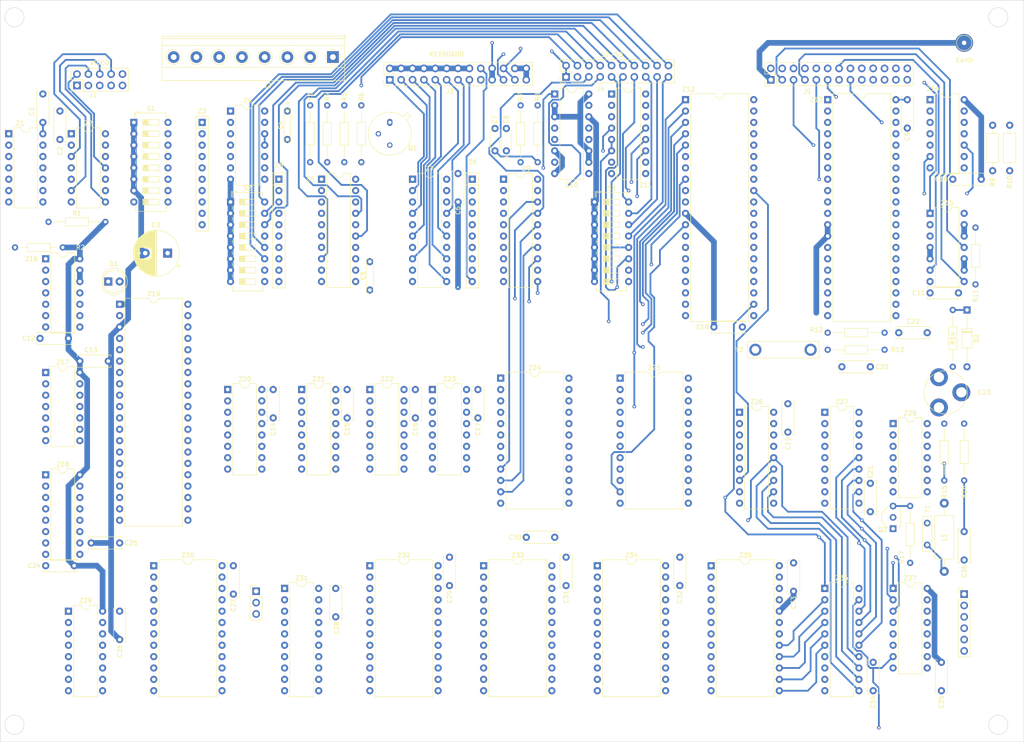
<source format=kicad_pcb>
(kicad_pcb (version 20221018) (generator pcbnew)
  (layers (0 "F.Cu" signal) (31 "B.Cu" signal) (34 "B.Paste" user) (35 "F.Paste" user) (36 "B.SilkS" user "B.Silkscreen") (37 "F.SilkS" user "F.Silkscreen") (38 "B.Mask" user) (39 "F.Mask" user) (44 "Edge.Cuts" user))
  (net 0 "")
  (net 1 "+5V")
  (net 2 "GND")
  (net 3 "EXRESET")
  (net 4 "Net-(Z10B-RCext)")
  (net 5 "Net-(Z10A-RCext)")
  (net 6 "Net-(Z13-XIN)")
  (net 7 "Net-(C20-Pad2)")
  (net 8 "Net-(C23-Pad1)")
  (net 9 "Net-(C36-Pad2)")
  (net 10 "LED")
  (net 11 "Net-(D1-A)")
  (net 12 "Video Out")
  (net 13 "Hsync Out")
  (net 14 "Vsync Out")
  (net 15 "Csync Out")
  (net 16 "composite video")
  (net 17 "-12V")
  (net 18 "+12V")
  (net 19 "beep out")
  (net 20 "KBD0")
  (net 21 "KBD1")
  (net 22 "KBD2")
  (net 23 "KBD3")
  (net 24 "KBD4")
  (net 25 "KBD5")
  (net 26 "KBD6")
  (net 27 "ALT")
  (net 28 "KBD STB")
  (net 29 "caps lock")
  (net 30 "SW3-8")
  (net 31 "SW2-7")
  (net 32 "SW3-7")
  (net 33 "SW2-8")
  (net 34 "SW3-6")
  (net 35 "SW2-4")
  (net 36 "SW3-5")
  (net 37 "SW2-3")
  (net 38 "SW3-1")
  (net 39 "SW2-2")
  (net 40 "SW3-2")
  (net 41 "SW2-1")
  (net 42 "SW3-3")
  (net 43 "SW2-5")
  (net 44 "SW3-4")
  (net 45 "SW2-6")
  (net 46 "Earth_Protective")
  (net 47 "TxDATA")
  (net 48 "RxDATA")
  (net 49 "RTS")
  (net 50 "CTS")
  (net 51 "DSR")
  (net 52 "RLSD")
  (net 64 "DTR")
  (net 71 "Net-(J6-Pin_2)")
  (net 72 "CA11")
  (net 73 "RAM A11")
  (net 74 "Net-(J7-Pin_2)")
  (net 75 "RAM A12")
  (net 76 "Net-(J7-Pin_5)")
  (net 77 "Net-(Q1-E)")
  (net 78 "Net-(Q1-B)")
  (net 79 "Net-(Q2-Pad3)")
  (net 80 "Net-(Z1-Cp1)")
  (net 81 "Net-(R3-Pad1)")
  (net 82 "Net-(R4-Pad1)")
  (net 83 "Net-(Z14-RESPONSE_COTROL_D)")
  (net 84 "Net-(Z14-RESPONSE_COTROL_A)")
  (net 85 "Net-(Z12-~{BUSRQ})")
  (net 86 "Net-(Z13-XOUT)")
  (net 87 "phi")
  (net 88 "beep in")
  (net 89 "KSTB Pol")
  (net 90 "hSyncPol")
  (net 91 "vidPol")
  (net 92 "vSyncPol")
  (net 93 "cSyncPol")
  (net 94 "Net-(Z1-Mr)")
  (net 98 "CRTC CLK")
  (net 99 "Net-(Z1-Cp0)")
  (net 103 "Net-(Z17-Pad3)")
  (net 104 "Vsync")
  (net 105 "Hsync")
  (net 106 "Net-(Z16-Pad8)")
  (net 107 "Net-(Z12-~{WAIT})")
  (net 108 "Net-(Z18-~{Mr})")
  (net 109 "Net-(Z4-Pad2)")
  (net 110 "Net-(Z29-PE)")
  (net 111 "Net-(Z18-Cp)")
  (net 112 "{slash}RESET")
  (net 113 "RESET")
  (net 114 "Net-(Z21-I1d)")
  (net 115 "I{slash}O3")
  (net 116 "D7")
  (net 117 "D6")
  (net 118 "D5")
  (net 119 "D4")
  (net 120 "D3")
  (net 121 "D2")
  (net 122 "D1")
  (net 123 "D0")
  (net 124 "I{slash}O2")
  (net 125 "I{slash}O4")
  (net 127 "I{slash}O7")
  (net 128 "beep")
  (net 130 "I{slash}O6")
  (net 131 "bell")
  (net 133 "A3")
  (net 134 "A4")
  (net 135 "A5")
  (net 136 "~{M1}")
  (net 137 "~{IO REQ}")
  (net 138 "I{slash}O5")
  (net 139 "I{slash}O1")
  (net 140 "I{slash}O0")
  (net 141 "A11")
  (net 142 "A12")
  (net 143 "A13")
  (net 144 "A14")
  (net 145 "A15")
  (net 146 "{slash}INT")
  (net 147 "Net-(Z12-~{NMI})")
  (net 149 "{slash}MREQ")
  (net 150 "{slash}RD")
  (net 151 "{slash}WR")
  (net 154 "A0")
  (net 155 "A1")
  (net 156 "A2")
  (net 157 "A6")
  (net 158 "A7")
  (net 159 "A8")
  (net 160 "A9")
  (net 161 "A10")
  (net 162 "Net-(Z13-RCLK)")
  (net 163 "Net-(Z13-SIN)")
  (net 164 "Net-(Z13-SOUT)")
  (net 167 "Net-(Z13-INTR)")
  (net 168 "Net-(Z13-~{RTS})")
  (net 169 "Net-(Z13-~{DTR})")
  (net 170 "Net-(Z13-~{OUT1})")
  (net 171 "Net-(Z13-~{CTS})")
  (net 172 "Net-(Z13-~{DSR})")
  (net 173 "Net-(Z13-~{DCD})")
  (net 178 "Net-(Z16-Pad9)")
  (net 179 "blanking")
  (net 180 "Net-(Z18-Q0)")
  (net 181 "raw video")
  (net 182 "Net-(Z18-D0)")
  (net 183 "Net-(Z31-O7)")
  (net 184 "CURSOR")
  (net 186 "{slash}mem3")
  (net 188 "Net-(Z18-D2)")
  (net 189 "DEGLCH")
  (net 191 "DE")
  (net 193 "{slash}reset")
  (net 194 "CRTC A0")
  (net 195 "CRTC A1")
  (net 196 "CRTC A2")
  (net 197 "CRTC A3")
  (net 198 "CRTC A4")
  (net 199 "CRTC A5")
  (net 200 "CRTC A6")
  (net 201 "CRTC A7")
  (net 202 "CRTC A8")
  (net 203 "CRTC A9")
  (net 204 "CRTC A10")
  (net 205 "CRTC A11")
  (net 206 "CRTC A12")
  (net 207 "CRTC A13")
  (net 209 "RA3")
  (net 210 "RA2")
  (net 211 "RA1")
  (net 212 "RA0")
  (net 217 "RAM A8")
  (net 218 "RAM A9")
  (net 219 "RAM A10")
  (net 220 "RAM {slash}WR")
  (net 221 "RAM A4")
  (net 222 "RAM A5")
  (net 223 "RAM A6")
  (net 224 "RAM A7")
  (net 225 "RAM A0")
  (net 226 "RAM A1")
  (net 227 "RAM A2")
  (net 228 "RAM A3")
  (net 229 "{slash}mem0")
  (net 230 "Net-(Z24-~{OE}{slash}VPP)")
  (net 231 "{slash}mem1")
  (net 232 "{slash}phi")
  (net 235 "Net-(Z29-A)")
  (net 236 "Net-(Z29-B)")
  (net 237 "Net-(Z29-C)")
  (net 238 "Net-(Z29-D)")
  (net 239 "DOT CLK")
  (net 240 "Net-(Z29-E)")
  (net 241 "Net-(Z29-F)")
  (net 242 "Net-(Z29-G)")
  (net 243 "Net-(Z29-H)")
  (net 244 "Net-(Z30-A7)")
  (net 245 "Net-(Z30-A6)")
  (net 246 "Net-(Z30-A5)")
  (net 247 "Net-(Z30-A4)")
  (net 248 "Net-(Z30-A10)")
  (net 249 "Net-(Z30-A9)")
  (net 250 "Net-(Z30-A8)")
  (net 251 "RAM D2")
  (net 252 "RAM D1")
  (net 253 "RAM D0")
  (net 254 "RAM D3")
  (net 255 "RAM D4")
  (net 256 "RAM D5")
  (net 257 "RAM D6")
  (net 258 "RAM D7")
  (net 259 "RAM {slash}CS3")
  (net 260 "RAM {slash}CS2")
  (net 261 "RAM {slash}CS1")
  (net 262 "RAM {slash}CS0")
  (net 263 "{slash}mem2")
  (footprint "Package_DIP:DIP-14_W7.62mm" (layer "F.Cu") (at 30.48 53.34)
    (fp_text reference "Z2")
    (fp_text value "7486")
  )
  (footprint "Package_DIP:DIP-14_W7.62mm" (layer "F.Cu") (at 24.765 106.68)
    (fp_text reference "Z17")
    (fp_text value "74LS86")
  )
  (footprint "Resistor_THT:R_Array_SIP10" (layer "F.Cu") (at 120.015 63.5 -90)
    (fp_text reference "Z8")
    (fp_text value "3K")
  )
  (footprint "Evan's parts:C_Disc_D6.0mm_W2.5mm_P6.35mm" (layer "F.Cu") (at 75.565 110.49 -90)
    (fp_text reference "C14")
    (fp_text value "100nF")
  )
  (footprint "Evan's parts:C_Disc_D6.0mm_W2.5mm_P6.35mm" (layer "F.Cu") (at 97.155 81.915 -90)
    (fp_text reference "C5")
    (fp_text value "100nF")
  )
  (footprint "Package_DIP:DIP-16_W7.62mm" (layer "F.Cu") (at 24.765 129.54)
    (fp_text reference "Z18")
    (fp_text value "74LS175")
  )
  (footprint "Package_DIP:DIP-24_W15.24mm" (layer "F.Cu") (at 147.955 149.86)
    (fp_text reference "Z34")
    (fp_text value "6116")
  )
  (footprint "Evan's parts:R_Axial_DIN0204_L3.6mm_D1.6mm_P12.7mm_Horizontal" (layer "F.Cu") (at 217.805 139.065 -90)
    (fp_text reference "R17")
    (fp_text value "100K")
  )
  (footprint "Package_TO_SOT_THT:TO-92L_Inline_Wide" (layer "F.Cu") (at 213.995 141.605 90)
    (fp_text reference "Q2")
    (fp_text value "2N5484")
  )
  (footprint "Connector_PinHeader_2.54mm:PinHeader_2x13_P2.54mm_Vertical" (layer "F.Cu") (at 101.6 41.275 90)
    (fp_text reference "J3")
    (fp_text value "KEYBOARD")
  )
  (footprint "Evan's parts:C_Disc_D6.0mm_W2.5mm_P6.35mm" (layer "F.Cu") (at 41.275 144.78 180)
    (fp_text reference "C25")
    (fp_text value "100nF")
  )
  (footprint "Evan's parts:C_Disc_D6.0mm_W2.5mm_P6.35mm" (layer "F.Cu") (at 166.37 147.955 -90)
    (fp_text reference "C32")
    (fp_text value "100nF")
  )
  (footprint "Resistor_THT:R_Axial_DIN0207_L6.3mm_D2.5mm_P10.16mm_Horizontal" (layer "F.Cu") (at 236.22 61.595 90)
    (fp_text reference "R9")
    (fp_text value "4.7K")
  )
  (footprint "Resistor_THT:R_Array_SIP10" (layer "F.Cu") (at 76.835 63.5 -90)
    (fp_text reference "Z5")
    (fp_text value "3K")
  )
  (footprint "Evan's parts:C_Disc_D6.0mm_W2.5mm_P6.35mm" (layer "F.Cu") (at 29.845 99.06 180)
    (fp_text reference "C12")
    (fp_text value "100nF")
  )
  (footprint "Button_Switch_THT:SW_DIP_SPSTx08_Slide_6.7x21.88mm_W7.62mm_P2.54mm_LowProfile" (layer "F.Cu") (at 147.32 68.58)
    (fp_text reference "S3")
    (fp_text value "SW_DIP_x08")
  )
  (footprint "Evan's parts:C_Disc_D6.0mm_W2.5mm_P6.35mm" (layer "F.Cu") (at 191.77 149.225 -90)
    (fp_text reference "C33")
    (fp_text value "100nF")
  )
  (footprint "Evan's parts:R_Axial_DIN0204_L3.6mm_D1.6mm_P12.7mm_Horizontal" (layer "F.Cu") (at 232.41 76.835 -90)
    (fp_text reference "R11")
    (fp_text value "4.7K")
  )
  (footprint "Evan's parts:C_Disc_D6.0mm_W2.5mm_P6.35mm" (layer "F.Cu") (at 66.675 149.86 -90)
    (fp_text reference "C27")
    (fp_text value "100nF")
  )
  (footprint "Evan's parts:C_Disc_D6.0mm_W2.5mm_P6.35mm" (layer "F.Cu") (at 114.935 147.955 -90)
    (fp_text reference "C29")
    (fp_text value "100nF")
  )
  (footprint "Evan's parts:R_Axial_DIN0204_L3.6mm_D1.6mm_P12.7mm_Horizontal" (layer "F.Cu") (at 225.425 128.27 90)
    (fp_text reference "R15")
    (fp_text value "330")
  )
  (footprint "Evan's parts:C_Disc_D6.0mm_W2.5mm_P6.35mm" (layer "F.Cu") (at 27.94 54.61 90)
    (fp_text reference "C2")
    (fp_text value "100nF")
  )
  (footprint "Evan's parts:trimmer cap" (layer "F.Cu") (at 224.235 111.125)
    (fp_text reference "C23")
    (fp_text value "10-30pF")
  )
  (footprint "Evan's parts:C_Disc_D6.0mm_W2.5mm_P6.35mm" (layer "F.Cu") (at 24.13 50.8 90)
    (fp_text reference "C1")
    (fp_text value "100nF")
  )
  (footprint "Evan's parts:C_Disc_D6.0mm_W2.5mm_P6.35mm" (layer "F.Cu") (at 217.17 45.72 -90)
    (fp_text reference "C9")
    (fp_text value "100nF")
  )
  (footprint "Package_DIP:DIP-14_W7.62mm" (layer "F.Cu") (at 213.995 118.11)
    (fp_text reference "Z28")
    (fp_text value "74S04")
  )
  (footprint "Evan's parts:R_Axial_DIN0204_L3.6mm_D1.6mm_P12.7mm_Horizontal" (layer "F.Cu") (at 91.44 49.53 -90)
    (fp_text reference "R5")
    (fp_text value "75")
  )
  (footprint "Evan's parts:C_Disc_D6.0mm_W2.5mm_P6.35mm" (layer "F.Cu") (at 107.315 110.49 -90)
    (fp_text reference "C16")
    (fp_text value "100nF")
  )
  (footprint "Evan's parts:C_Disc_D6.0mm_W2.5mm_P6.35mm" (layer "F.Cu") (at 208.915 131.445 -90)
    (fp_text reference "C21")
    (fp_text value "100nF")
  )
  (footprint "Evan's parts:R_Axial_DIN0204_L3.6mm_D1.6mm_P12.7mm_Horizontal" (layer "F.Cu") (at 130.81 57.15 90)
    (fp_text reference "R7")
    (fp_text value "220K")
  )
  (footprint "Connector_PinHeader_2.54mm:PinHeader_2x10_P2.54mm_Vertical" (layer "F.Cu") (at 140.97 40.64 90)
    (fp_text reference "J4")
    (fp_text value "S2-S3")
  )
  (footprint "Package_DIP:DIP-18_W7.62mm" (layer "F.Cu") (at 198.755 115.57)
    (fp_text reference "Z27")
    (fp_text value "2114")
  )
  (footprint "Package_DIP:DIP-20_W7.62mm" (layer "F.Cu") (at 78.105 154.94)
    (fp_text reference "Z31")
    (fp_text value "74LS374")
  )
  (footprint "Package_DIP:DIP-20_W7.62mm" (layer "F.Cu") (at 127 63.5)
    (fp_text reference "Z9")
    (fp_text value "74LS244")
  )
  (footprint "Package_DIP:DIP-14_W7.62mm" (layer "F.Cu") (at 66.04 48.26)
    (fp_text reference "Z4")
    (fp_text value "7414")
  )
  (footprint "Evan's parts:C_Disc_D6.0mm_W2.5mm_P6.35mm" (layer "F.Cu") (at 229.87 148.59 90)
    (fp_text reference "C36")
    (fp_text value "100pF")
  )
  (footprint "Evan's parts:C_Disc_D6.0mm_W2.5mm_P6.35mm" (layer "F.Cu") (at 41.275 160.02 -90)
    (fp_text reference "C26")
    (fp_text value "100nF")
  )
  (footprint "Evan's parts:C_Disc_D6.0mm_W2.5mm_P6.35mm" (layer "F.Cu") (at 116.84 62.23 -90)
    (fp_text reference "C6")
    (fp_text value "100nF")
  )
  (footprint "Crystal:Crystal_HC33-U_Vertical" (layer "F.Cu") (at 183.24 101.6)
    (fp_text reference "Y2")
    (fp_text value "2.4576MHz")
  )
  (footprint "Evan's parts:R_Axial_DIN0204_L3.6mm_D1.6mm_P12.7mm_Horizontal" (layer "F.Cu") (at 209.55 97.79 180)
    (fp_text reference "R12")
    (fp_text value "2.2M")
  )
  (footprint "LED_THT:LED_D5.0mm" (layer "F.Cu") (at 38.735 86.36)
    (fp_text reference "D1")
    (fp_text value "LED")
  )
  (footprint "Evan's parts:R_Axial_DIN0204_L3.6mm_D1.6mm_P12.7mm_Horizontal" (layer "F.Cu") (at 83.82 57.15 90)
    (fp_text reference "R3")
    (fp_text value "1K")
  )
  (footprint "TestPoint:TestPoint_Plated_Hole_D2.0mm" (layer "F.Cu") (at 229.87 33.02)
    (fp_text reference "TP1" hide)
    (fp_text value "Gnd")
  )
  (footprint "Package_DIP:DIP-20_W7.62mm" (layer "F.Cu") (at 198.755 154.94)
    (fp_text reference "Z36")
    (fp_text value "74LS245")
  )
  (footprint "Button_Switch_THT:SW_DIP_SPSTx08_Slide_6.7x21.88mm_W7.62mm_P2.54mm_LowProfile" (layer "F.Cu") (at 44.45 50.8)
    (fp_text reference "S1")
    (fp_text value "SW_DIP_x08")
  )
  (footprint "Package_DIP:DIP-16_W7.62mm" (layer "F.Cu") (at 65.405 110.49)
    (fp_text reference "Z20")
    (fp_text value "74LS157")
  )
  (footprint "Package_DIP:DIP-24_W15.24mm" (layer "F.Cu") (at 122.555 149.86)
    (fp_text reference "Z33")
    (fp_text value "6116")
  )
  (footprint "Evan's parts:C_Disc_D6.0mm_W2.5mm_P6.35mm" (layer "F.Cu") (at 32.385 104.14)
    (fp_text reference "C13")
    (fp_text value "100nF")
  )
  (footprint "Evan's parts:C_Disc_D6.0mm_W2.5mm_P6.35mm" (layer "F.Cu") (at 138.43 143.51 180)
    (fp_text reference "C30")
    (fp_text value "100nF")
  )
  (footprint "Package_DIP:DIP-14_W7.62mm" (layer "F.Cu") (at 16.51 53.34)
    (fp_text reference "Z1")
    (fp_text value "74196")
  )
  (footprint "Package_DIP:DIP-40_W15.24mm" (layer "F.Cu") (at 167.64 45.72)
    (fp_text reference "Z12")
    (fp_text value "Z80CPU")
  )
  (footprint "Evan's parts:C_Disc_D6.0mm_W2.5mm_P6.35mm" (layer "F.Cu") (at 202.565 105.41)
    (fp_text reference "C20")
    (fp_text value "150pF")
  )
  (footprint "Evan's parts:C_Disc_D6.0mm_W2.5mm_P6.35mm" (layer "F.Cu") (at 228.6 88.9 180)
    (fp_text reference "C11")
    (fp_text value "100nF")
  )
  (footprint "TerminalBlock_Phoenix:TerminalBlock_Phoenix_MKDS-1,5-8-5.08_1x08_P5.08mm_Horizontal" (layer "F.Cu") (at 88.9 36.195 180)
    (fp_text reference "J2")
    (fp_text value "POWER")
  )
  (footprint "Evan's parts:C_Disc_D6.0mm_W2.5mm_P6.35mm" (layer "F.Cu") (at 92.075 110.49 -90)
    (fp_text reference "C15")
    (fp_text value "100nF")
  )
  (footprint "Package_DIP:DIP-24_W15.24mm" (layer "F.Cu") (at 126.365 107.95)
    (fp_text reference "Z24")
    (fp_text value "2732")
  )
  (footprint "Resistor_THT:R_Axial_DIN0207_L6.3mm_D2.5mm_P10.16mm_Horizontal" (layer "F.Cu") (at 240.03 61.595 90)
    (fp_text reference "R10")
    (fp_text value "4.7K")
  )
  (footprint "Connector_PinHeader_2.54mm:PinHeader_2x05_P2.54mm_Vertical" (layer "F.Cu") (at 31.75 42.545 90)
    (fp_text reference "J1")
    (fp_text value "VIDEO")
  )
  (footprint "Package_DIP:DIP-24_W15.24mm" (layer "F.Cu") (at 173.355 149.86)
    (fp_text reference "Z35")
    (fp_text value "6116")
  )
  (footprint "Connector_PinHeader_2.54mm:PinHeader_2x13_P2.54mm_Vertical" (layer "F.Cu") (at 186.69 41.275 90)
    (fp_text reference "J5")
    (fp_text value "RS232")
  )
  (footprint "Evan's parts:C_Disc_D6.0mm_W2.5mm_P6.35mm" (layer "F.Cu") (at 215.265 97.79)
    (fp_text reference "C22")
    (fp_text value "15pF")
  )
  (footprint "Package_DIP:DIP-40_W15.24mm" (layer "F.Cu") (at 199.39 45.72)
    (fp_text reference "Z13")
    (fp_text value "8250")
  )
  (footprint "Package_DIP:DIP-16_W7.62mm" (layer "F.Cu") (at 151.13 44.45)
    (fp_text reference "Z11")
    (fp_text value "74S138")
  )
  (footprint "Evan's parts:C_Disc_D6.0mm_W2.5mm_P6.35mm" (layer "F.Cu") (at 89.535 154.94 -90)
    (fp_text reference "C28")
    (fp_text value "100nF")
  )
  (footprint "Evan's parts:C_Disc_D6.0mm_W2.5mm_P6.35mm" (layer "F.Cu") (at 78.74 48.26 -90)
    (fp_text reference "C4")
    (fp_text value "15uF")
  )
  (footprint "Evan's parts:R_Axial_DIN0204_L3.6mm_D1.6mm_P12.7mm_Horizontal" (layer "F.Cu") (at 229.87 128.27 90)
    (fp_text reference "R16")
    (fp_text value "4.7K")
  )
  (footprint "Package_DIP:DIP-16_W7.62mm" (layer "F.Cu") (at 81.915 110.49)
    (fp_text reference "Z21")
    (fp_text value "74LS157")
  )
  (footprint "Diode_THT:D_DO-35_SOD27_P12.70mm_Horizontal" (layer "F.Cu") (at 230.505 92.71 -90)
    (fp_text reference "D2")
    (fp_text value "1N4148")
  )
  (footprint "Evan's parts:R_Axial_DIN0204_L3.6mm_D1.6mm_P12.7mm_Horizontal" (layer "F.Cu") (at 134.62 57.15 90)
    (fp_text reference "R8")
    (fp_text value "220K")
  )
  (footprint "Evan's parts:R_Axial_DIN0204_L3.6mm_D1.6mm_P12.7mm_Horizontal" (layer "F.Cu") (at 20.447 78.74)
    (fp_text reference "R2")
    (fp_text value "330")
  )
  (footprint "Package_DIP:DIP-14_W7.62mm" (layer "F.Cu") (at 222.25 71.12)
    (fp_text reference "Z15")
    (fp_text value "MC1488N")
  )
  (footprint "Evan's parts:C_Disc_D6.0mm_W2.5mm_P6.35mm" (layer "F.Cu") (at 173.99 96.52)
    (fp_text reference "C18")
    (fp_text value "100nF")
  )
  (footprint "Inductor_THT:L_Axial_L9.5mm_D4.0mm_P15.24mm_Horizontal_Fastron_SMCC" (layer "F.Cu") (at 225.425 135.89 -90)
    (fp_text reference "L1")
    (fp_text value "10uH")
  )
  (footprint "Package_DIP:DIP-14_W7.62mm" (layer "F.Cu") (at 222.25 45.72)
    (fp_text reference "Z14")
    (fp_text value "MC1489PG")
  )
  (footprint "Evan's parts:C_Disc_D6.0mm_W2.5mm_P6.35mm" (layer "F.Cu") (at 233.68 63.5 180)
    (fp_text reference "C10")
    (fp_text value "100nF")
  )
  (footprint "Package_DIP:DIP-24_W15.24mm" (layer "F.Cu") (at 48.895 149.86)
    (fp_text reference "Z30")
    (fp_text value "2732")
  )
  (footprint "Evan's parts:C_Disc_D6.0mm_W2.5mm_P6.35mm" (layer "F.Cu") (at 224.79 171.45 -90)
    (fp_text reference "C35")
    (fp_text value "100nF")
  )
  (footprint "Connector_PinHeader_2.54mm:PinHeader_1x06_P2.54mm_Vertical" (layer "F.Cu") (at 229.87 156.21)
    (fp_text reference "J7" hide)
    (fp_text value "RAM")
  )
  (footprint "Evan's parts:R_Axial_DIN0204_L3.6mm_D1.6mm_P12.7mm_Horizontal" (layer "F.Cu") (at 95.25 57.15 90)
    (fp_text reference "R6")
    (fp_text value "150")
  )
  (footprint "Package_DIP:DIP-18_W7.62mm" (layer "F.Cu") (at 179.705 115.57)
    (fp_text reference "Z26")
    (fp_text value "2114")
  )
  (footprint "Package_DIP:DIP-16_W7.62mm" (layer "F.Cu") (at 138.43 44.45)
    (fp_text reference "Z10")
    (fp_text value "74LS123")
  )
  (footprint "Connector_PinHeader_2.54mm:PinHeader_1x03_P2.54mm_Vertical" (layer "F.Cu") (at 71.755 155.575)
    (fp_text reference "J6" hide)
    (fp_text value "CHAR")
  )
  (footprint "Package_DIP:DIP-16_W7.62mm" (layer "F.Cu") (at 213.995 154.94)
    (fp_text reference "Z37")
    (fp_text value "74LS139")
  )
  (footprint "Evan's parts:R_Axial_DIN0204_L3.6mm_D1.6mm_P12.7mm_Horizontal" (layer "F.Cu") (at 227.33 102.87 90)
    (fp_text reference "R14")
    (fp_text value "10K")
  )
  (footprint "Evan's parts:C_Disc_D6.0mm_W2.5mm_P6.35mm" (layer "F.Cu") (at 121.285 110.49 -90)
    (fp_text reference "C17")
    (fp_text value "100nF")
  )
  (footprint "Evan's parts:C_Disc_D6.0mm_W2.5mm_P6.35mm" (layer "F.Cu") (at 31.115 149.86 180)
    (fp_text reference "C24")
    (fp_text value "100nF")
  )
  (footprint "Package_DIP:DIP-14_W7.62mm" (layer "F.Cu") (at 24.765 81.28)
    (fp_text reference "Z16")
    (fp_text value "7408")
  )
  (footprint "Crystal:Crystal_HC49-U_Vertical" (layer "F.Cu") (at 221.615 140.335 -90)
    (fp_text reference "Y1")
    (fp_text value "20MHz")
  )
  (footprint "Package_DIP:DIP-16_W7.62mm" (layer "F.Cu") (at 111.125 110.49)
    (fp_text reference "Z23")
    (fp_text value "74LS157")
  )
  (footprint "Evan's parts:C_Disc_D6.0mm_W2.5mm_P6.35mm" (layer "F.Cu") (at 190.5 113.665 -90)
    (fp_text reference "C19")
    (fp_text value "100nF")
  )
  (footprint "Evan's parts:R_Axial_DIN0204_L3.6mm_D1.6mm_P12.7mm_Horizontal" (layer "F.Cu") (at 27.94 73.025)
    (fp_text reference "R1")
    (fp_text value "1K")
  )
  (footprint "Evan's parts:C_Disc_D6.0mm_W2.5mm_P6.35mm" (layer "F.Cu") (at 140.97 147.955 -90)
    (fp_text reference "C31")
    (fp_text value "100nF")
  )
  (footprint "Evan's parts:R_Axial_DIN0204_L3.6mm_D1.6mm_P12.7mm_Horizontal" (layer "F.Cu") (at 87.63 57.15 90)
    (fp_text reference "R4")
    (fp_text value "680")
  )
  (footprint "Evan's parts:C_Disc_D6.0mm_W2.5mm_P6.35mm" (layer "F.Cu") (at 209.55 171.45 -90)
    (fp_text reference "C34")
    (fp_text value "100nF")
  )
  (footprint "Package_DIP:DIP-24_W15.24mm" (layer "F.Cu") (at 153.035 107.95)
    (fp_text reference "Z25")
    (fp_text value "2732")
  )
  (footprint "Package_DIP:DIP-40_W15.24mm" (layer "F.Cu") (at 41.275 91.44)
    (fp_text reference "Z19")
    (fp_text value "HD6845SP")
  )
  (footprint "Resistor_THT:R_Array_SIP10" (layer "F.Cu") (at 59.69 50.8 -90)
    (fp_text reference "Z3")
    (fp_text value "3K")
  )
  (footprint "Package_DIP:DIP-16_W7.62mm" (layer "F.Cu") (at 97.155 110.49)
    (fp_text reference "Z22")
    (fp_text value "74LS157")
  )
  (footprint "Button_Switch_THT:SW_DIP_SPSTx08_Slide_6.7x21.88mm_W7.62mm_P2.54mm_LowProfile" (layer "F.Cu") (at 66.04 68.58)
    (fp_text reference "S2")
    (fp_text value "SW_DIP_x08")
  )
  (footprint "Package_DIP:DIP-24_W15.24mm" (layer "F.Cu") (at 97.155 149.86)
    (fp_text reference "Z32")
    (fp_text value "6116")
  )
  (footprint "Capacitor_THT:CP_Radial_D10.0mm_P5.00mm" (layer "F.Cu") (at 51.99 80.01 180)
    (fp_text reference "C3")
    (fp_text value "100uF")
  )
  (footprint "Package_DIP:DIP-20_W7.62mm" (layer "F.Cu") (at 106.68 63.5)
    (fp_text reference "Z7")
    (fp_text value "74LS244")
  )
  (footprint "Evan's parts:R_Axial_DIN0204_L3.6mm_D1.6mm_P12.7mm_Horizontal" (layer "F.Cu") (at 201.93 101.6)
    (fp_text reference "R13")
    (fp_text value "1.0M")
  )
  (footprint "Package_DIP:DIP-16_W7.62mm" (layer "F.Cu") (at 29.845 160.02)
    (fp_text reference "Z29")
    (fp_text value "74166")
  )
  (footprint "Package_DIP:DIP-20_W7.62mm" (layer "F.Cu") (at 86.36 63.5)
    (fp_text reference "Z6")
    (fp_text value "74LS244")
  )
  (footprint "Package_TO_SOT_THT:TO-5-3" (layer "F.Cu") (at 101.6 50.8 -90)
    (fp_text reference "Q1")
    (fp_text value "2N2222")
  )
  (footprint "Capacitor_THT:C_Disc_D4.3mm_W1.9mm_P5.00mm" (layer "F.Cu") (at 127.635 57.15 90)
    (fp_text reference "C8")
    (fp_text value "4.7uF")
  )
  (footprint "Capacitor_THT:C_Disc_D4.3mm_W1.9mm_P5.00mm" (layer "F.Cu") (at 125.095 57.15 90)
    (fp_text reference "C7")
    (fp_text value "1uF")
  )
  (gr_line (start 243.205 23.495) (end 243.205 189.23) (stroke (width 0.1)) (layer "Edge.Cuts"))
  (gr_circle (center 237.49 27.305) (end 239.64 27.305) (stroke (width 0.1)) (fill none) (layer "Edge.Cuts"))
  (gr_circle (center 17.78 185.42) (end 19.93 185.42) (stroke (width 0.1)) (fill none) (layer "Edge.Cuts"))
  (gr_circle (center 17.78 27.305) (end 19.93 27.305) (stroke (width 0.1)) (fill none) (layer "Edge.Cuts"))
  (gr_line (start 14.605 189.23) (end 14.605 23.495) (stroke (width 0.1)) (layer "Edge.Cuts"))
  (gr_circle (center 237.49 185.42) (end 239.64 185.42) (stroke (width 0.1)) (fill none) (layer "Edge.Cuts"))
  (gr_line (start 243.205 23.495) (end 14.605 23.495) (stroke (width 0.1)) (layer "Edge.Cuts"))
  (gr_line (start 14.605 189.23) (end 243.205 189.23) (stroke (width 0.1)) (layer "Edge.Cuts"))
  (gr_text "+" (at 124.46 59.055) (layer "F.SilkS") (effects (font (size 1 1)) (justify left bottom)))
  (gr_text "+" (at 78.105 46.99) (layer "F.SilkS") (effects (font (size 1 1)) (justify left bottom)))
  (gr_text "Earth" (at 227.965 37.465) (layer "F.SilkS") (effects (font (size 1 1)) (justify left bottom)))
  (gr_text "+" (at 127 59.055) (layer "F.SilkS") (effects (font (size 1 1)) (justify left bottom)))
  (segment (start 199.39 73.66) (end 199.39 76.2) (width 1.27) (layer "B.Cu") (net 1))
  (segment (start 144.145 55.245) (end 144.145 49.53) (width 1.27) (layer "B.Cu") (net 1))
  (segment (start 223.25 156.575) (end 221.615 154.94) (width 1.27) (layer "B.Cu") (net 1))
  (segment (start 138.43 49.53) (end 144.145 49.53) (width 1.27) (layer "B.Cu") (net 1))
  (segment (start 32.385 81.28) (end 32.385 78.74) (width 1.27) (layer "B.Cu") (net 1))
  (segment (start 32.385 129.54) (end 29.845 132.08) (width 1.27) (layer "B.Cu") (net 1))
  (segment (start 29.845 82.55) (end 31.115 81.28) (width 1.27) (layer "B.Cu") (net 1))
  (segment (start 32.385 78.74) (end 38.1 73.025) (width 1.27) (layer "B.Cu") (net 1))
  (segment (start 138.43 46.99) (end 138.43 49.53) (width 1.27) (layer "B.Cu") (net 1))
  (segment (start 229.87 45.72) (end 233.68 49.53) (width 1.27) (layer "B.Cu") (net 1))
  (segment (start 36.195 149.86) (end 37.465 151.13) (width 1.27) (layer "B.Cu") (net 1))
  (segment (start 31.115 81.28) (end 32.385 81.28) (width 1.27) (layer "B.Cu") (net 1))
  (segment (start 37.465 151.13) (end 37.465 160.02) (width 1.27) (layer "B.Cu") (net 1))
  (segment (start 31.115 149.86) (end 36.195 149.86) (width 1.27) (layer "B.Cu") (net 1))
  (segment (start 214.63 45.72) (end 217.17 45.72) (width 0.4) (layer "B.Cu") (net 1))
  (segment (start 224.79 171.45) (end 223.25 169.91) (width 1.27) (layer "B.Cu") (net 1))
  (segment (start 29.845 99.06) (end 29.845 82.55) (width 1.27) (layer "B.Cu") (net 1))
  (segment (start 28.575 78.74) (end 32.385 78.74) (width 1.27) (layer "B.Cu") (net 1))
  (segment (start 144.145 46.355) (end 146.05 44.45) (width 1.27) (layer "B.Cu") (net 1))
  (segment (start 173.99 96.52) (end 173.99 77.47) (width 1.27) (layer "B.Cu") (net 1))
  (segment (start 29.845 148.59) (end 31.115 149.86) (width 1.27) (layer "B.Cu") (net 1))
  (segment (start 32.385 104.14) (end 29.845 101.6) (width 1.27) (layer "B.Cu") (net 1))
  (segment (start 132.08 38.735) (end 129.54 38.735) (width 1.27) (layer "B.Cu") (net 1))
  (segment (start 132.08 38.735) (end 132.08 41.275) (width 1.27) (layer "B.Cu") (net 1))
  (segment (start 32.385 106.68) (end 32.385 104.14) (width 1.27) (layer "B.Cu") (net 1))
  (segment (start 233.68 49.53) (end 233.68 63.5) (width 1.27) (layer "B.Cu") (net 1))
  (segment (start 223.25 169.91) (end 223.25 156.575) (width 1.27) (layer "B.Cu") (net 1))
  (segment (start 34.02 108.315) (end 34.02 127.905) (width 1.27) (layer "B.Cu") (net 1))
  (segment (start 173.99 77.47) (end 167.64 71.12) (width 1.27) (layer "B.Cu") (net 1))
  (segment (start 32.385 106.68) (end 34.02 108.315) (width 1.27) (layer "B.Cu") (net 1))
  (segment (start 146.05 59.69) (end 146.05 57.15) (width 1.27) (layer "B.Cu") (net 1))
  (segment (start 29.845 101.6) (end 29.845 99.06) (width 1.27) (layer "B.Cu") (net 1))
  (segment (start 227.33 92.71) (end 230.505 92.71) (width 0.4) (layer "B.Cu") (net 1))
  (segment (start 146.05 57.15) (end 144.145 55.245) (width 1.27) (layer "B.Cu") (net 1))
  (segment (start 29.845 132.08) (end 29.845 148.59) (width 1.27) (layer "B.Cu") (net 1))
  (segment (start 196.85 78.74) (end 196.85 93.345) (width 1.27) (layer "B.Cu") (net 1))
  (segment (start 24.13 53.34) (end 24.13 50.8) (width 0.4) (layer "B.Cu") (net 1))
  (segment (start 144.145 49.53) (end 144.145 46.355) (width 1.27) (layer "B.Cu") (net 1))
  (segment (start 34.02 127.905) (end 32.385 129.54) (width 1.27) (layer "B.Cu") (net 1))
  (segment (start 199.39 76.2) (end 196.85 78.74) (width 1.27) (layer "B.Cu") (net 1))
  (via (at 137.795 34.925) (size 0.8) (drill 0.4) (layers "F.Cu" "B.Cu") (net 2))
  (via (at 127 35.56) (size 0.8) (drill 0.4) (layers "F.Cu" "B.Cu") (net 2))
  (via (at 116.84 87.63) (size 0.8) (drill 0.4) (layers "F.Cu" "B.Cu") (net 2))
  (segment (start 147.685 68.215) (end 147.685 51.165) (width 1.27) (layer "B.Cu") (net 2))
  (segment (start 191.77 156.845) (end 191.77 155.575) (width 1.27) (layer "B.Cu") (net 2))
  (segment (start 39.37 104.14) (end 39.37 98.425) (width 1.27) (layer "B.Cu") (net 2))
  (segment (start 46.085 67.675) (end 46.085 79.105) (width 1.27) (layer "B.Cu") (net 2))
  (segment (start 140.97 38.1) (end 137.795 34.925) (width 0.4) (layer "B.Cu") (net 2))
  (segment (start 147.685 51.165) (end 146.05 49.53) (width 1.27) (layer "B.Cu") (net 2))
  (segment (start 188.595 160.02) (end 191.77 156.845) (width 1.27) (layer "B.Cu") (net 2))
  (segment (start 125.73 36.83) (end 127 35.56) (width 0.4) (layer "B.Cu") (net 2))
  (segment (start 66.04 86.36) (end 66.04 63.5) (width 1.27) (layer "B.Cu") (net 2))
  (segment (start 43.18 94.615) (end 43.18 91.44) (width 1.27) (layer "B.Cu") (net 2))
  (segment (start 140.065 58.785) (end 140.065 60.595) (width 1.27) (layer "B.Cu") (net 2))
  (segment (start 43.18 91.44) (end 43.18 83.82) (width 1.27) (layer "B.Cu") (net 2))
  (segment (start 138.43 57.15) (end 140.065 58.785) (width 1.27) (layer "B.Cu") (net 2))
  (segment (start 41.275 91.44) (end 43.18 91.44) (width 1.27) (layer "B.Cu") (net 2))
  (segment (start 44.45 50.8) (end 44.45 66.04) (width 1.27) (layer "B.Cu") (net 2))
  (segment (start 140.97 40.64) (end 140.97 38.1) (width 0.4) (layer "B.Cu") (net 2))
  (segment (start 39.37 98.425) (end 41.275 96.52) (width 1.27) (layer "B.Cu") (net 2))
  (segment (start 127 41.275) (end 125.73 40.005) (width 0.4) (layer "B.Cu") (net 2))
  (segment (start 147.32 86.36) (end 147.32 68.58) (width 1.27) (layer "B.Cu") (net 2))
  (segment (start 125.73 40.005) (end 125.73 36.83) (width 0.4) (layer "B.Cu") (net 2))
  (segment (start 43.18 83.82) (end 46.99 80.01) (width 1.27) (layer "B.Cu") (net 2))
  (segment (start 116.84 68.58) (end 116.84 87.63) (width 1.27) (layer "B.Cu") (net 2))
  (segment (start 46.085 79.105) (end 46.99 80.01) (width 1.27) (layer "B.Cu") (net 2))
  (segment (start 44.45 66.04) (end 46.085 67.675) (width 1.27) (layer "B.Cu") (net 2))
  (segment (start 41.275 96.52) (end 43.18 94.615) (width 1.27) (layer "B.Cu") (net 2))
  (segment (start 39.37 164.465) (end 39.37 144.78) (width 1.27) (layer "B.Cu") (net 2))
  (segment (start 41.275 166.37) (end 39.37 164.465) (width 1.27) (layer "B.Cu") (net 2))
  (segment (start 38.735 104.14) (end 39.37 104.14) (width 1.27) (layer "B.Cu") (net 2))
  (segment (start 101.6 38.735) (end 119.38 38.735) (width 1.27) (layer "B.Cu") (net 2))
  (segment (start 140.065 60.595) (end 138.43 62.23) (width 1.27) (layer "B.Cu") (net 2))
  (segment (start 39.37 144.78) (end 39.37 104.14) (width 1.27) (layer "B.Cu") (net 2))
  (segment (start 147.32 68.58) (end 147.685 68.215) (width 1.27) (layer "B.Cu") (net 2))
  (segment (start 39.37 144.78) (end 34.925 144.78) (width 1.27) (layer "B.Cu") (net 2))
  (via (at 95.25 42.545) (size 0.8) (drill 0.4) (layers "F.Cu" "B.Cu") (net 3))
  (segment (start 143.51 38.1) (end 137.16 31.75) (width 0.4) (layer "B.Cu") (net 3))
  (segment (start 104.14 31.75) (end 95.25 40.64) (width 0.4) (layer "B.Cu") (net 3))
  (segment (start 95.25 40.64) (end 95.25 42.545) (width 0.4) (layer "B.Cu") (net 3))
  (segment (start 137.16 31.75) (end 104.14 31.75) (width 0.4) (layer "B.Cu") (net 3))
  (segment (start 133.35 58.42) (end 134.62 59.69) (width 0.4) (layer "B.Cu") (net 4))
  (segment (start 125.095 57.15) (end 126.365 58.42) (width 0.4) (layer "B.Cu") (net 4))
  (segment (start 126.365 58.42) (end 133.35 58.42) (width 0.4) (layer "B.Cu") (net 4))
  (segment (start 224.79 148.39) (end 221.615 145.215) (width 0.4) (layer "B.Cu") (net 8))
  (segment (start 224.79 151.13) (end 224.79 148.39) (width 0.4) (layer "B.Cu") (net 8))
  (segment (start 229.87 142.24) (end 229.87 130.81) (width 0.4) (layer "B.Cu") (net 9))
  (segment (start 29.845 43.14) (end 29.845 41.91) (width 0.4) (layer "B.Cu") (net 12))
  (segment (start 35.56 58.42) (end 35.56 48.855) (width 0.4) (layer "B.Cu") (net 12))
  (segment (start 29.845 41.91) (end 31.75 40.005) (width 0.4) (layer "B.Cu") (net 12))
  (segment (start 38.1 60.96) (end 35.56 58.42) (width 0.4) (layer "B.Cu") (net 12))
  (segment (start 35.56 48.855) (end 29.845 43.14) (width 0.4) (layer "B.Cu") (net 12))
  (segment (start 38.1 68.58) (end 34.925 65.405) (width 0.4) (layer "B.Cu") (net 13))
  (segment (start 34.925 49.068528) (end 29.21 43.353528) (width 0.4) (layer "B.Cu") (net 13))
  (segment (start 33.655 38.1) (end 34.29 38.735) (width 0.4) (layer "B.Cu") (net 13))
  (segment (start 34.925 65.405) (end 34.925 49.068528) (width 0.4) (layer "B.Cu") (net 13))
  (segment (start 29.21 38.735) (end 29.845 38.1) (width 0.4) (layer "B.Cu") (net 13))
  (segment (start 34.29 38.735) (end 34.29 40.005) (width 0.4) (layer "B.Cu") (net 13))
  (segment (start 29.21 43.353528) (end 29.21 38.735) (width 0.4) (layer "B.Cu") (net 13))
  (segment (start 33.655 38.1) (end 29.845 38.1) (width 0.4) (layer "B.Cu") (net 13))
  (segment (start 33.655 62.865) (end 30.48 66.04) (width 0.4) (layer "B.Cu") (net 14))
  (segment (start 29.21 36.83) (end 27.94 38.1) (width 0.4) (layer "B.Cu") (net 14))
  (segment (start 35.56 36.83) (end 29.21 36.83) (width 0.4) (layer "B.Cu") (net 14))
  (segment (start 36.83 38.1) (end 35.56 36.83) (width 0.4) (layer "B.Cu") (net 14))
  (segment (start 27.94 43.815) (end 33.655 49.53) (width 0.4) (layer "B.Cu") (net 14))
  (segment (start 36.83 40.005) (end 36.83 38.1) (width 0.4) (layer "B.Cu") (net 14))
  (segment (start 27.94 38.1) (end 27.94 43.815) (width 0.4) (layer "B.Cu") (net 14))
  (segment (start 33.655 49.53) (end 33.655 62.865) (width 0.4) (layer "B.Cu") (net 14))
  (segment (start 39.37 36.83) (end 39.37 40.005) (width 0.4) (layer "B.Cu") (net 15))
  (segment (start 26.67 37.465) (end 28.575 35.56) (width 0.4) (layer "B.Cu") (net 15))
  (segment (start 26.67 44.45) (end 26.67 37.465) (width 0.4) (layer "B.Cu") (net 15))
  (segment (start 28.575 35.56) (end 38.1 35.56) (width 0.4) (layer "B.Cu") (net 15))
  (segment (start 32.385 56.515) (end 32.385 50.165) (width 0.4) (layer "B.Cu") (net 15))
  (segment (start 30.48 58.42) (end 32.385 56.515) (width 0.4) (layer "B.Cu") (net 15))
  (segment (start 32.385 50.165) (end 26.67 44.45) (width 0.4) (layer "B.Cu") (net 15))
  (segment (start 38.1 35.56) (end 39.37 36.83) (width 0.4) (layer "B.Cu") (net 15))
  (via (at 220.98 41.91) (size 0.8) (drill 0.4) (layers "F.Cu" "B.Cu") (net 17))
  (via (at 130.81 34.29) (size 0.8) (drill 0.4) (layers "F.Cu" "B.Cu") (net 17))
  (segment (start 130.81 34.925) (end 130.81 34.29) (width 0.4) (layer "B.Cu") (net 17))
  (segment (start 223.52 44.45) (end 220.98 41.91) (width 0.4) (layer "B.Cu") (net 17))
  (segment (start 129.54 41.275) (end 127 38.735) (width 0.4) (layer "B.Cu") (net 17))
  (segment (start 127 38.735) (end 130.81 34.925) (width 0.4) (layer "B.Cu") (net 17))
  (segment (start 223.52 61.595) (end 223.52 44.45) (width 0.4) (layer "B.Cu") (net 17))
  (segment (start 222.25 71.12) (end 222.25 62.865) (width 0.4) (layer "B.Cu") (net 17))
  (segment (start 222.25 62.865) (end 223.52 61.595) (width 0.4) (layer "B.Cu") (net 17))
  (via (at 124.46 33.02) (size 0.8) (drill 0.4) (layers "F.Cu" "B.Cu") (net 18))
  (segment (start 124.46 38.735) (end 124.46 33.02) (width 0.4) (layer "B.Cu") (net 18))
  (segment (start 124.46 41.275) (end 124.46 38.735) (width 1.27) (layer "B.Cu") (net 18))
  (segment (start 106.68 66.04) (end 107.95 64.77) (width 0.4) (layer "B.Cu") (net 20))
  (segment (start 109.22 58.42) (end 109.22 48.895) (width 0.4) (layer "B.Cu") (net 20))
  (segment (start 109.22 48.895) (end 101.6 41.275) (width 0.4) (layer "B.Cu") (net 20))
  (segment (start 107.95 59.69) (end 109.22 58.42) (width 0.4) (layer "B.Cu") (net 20))
  (segment (start 107.95 64.77) (end 107.95 59.69) (width 0.4) (layer "B.Cu") (net 20))
  (segment (start 104.14 41.275) (end 109.855 46.99) (width 0.4) (layer "B.Cu") (net 21))
  (segment (start 108.585 69.215) (end 106.68 71.12) (width 0.4) (layer "B.Cu") (net 21))
  (segment (start 109.855 58.633528) (end 108.585 59.903528) (width 0.4) (layer "B.Cu") (net 21))
  (segment (start 108.585 59.903528) (end 108.585 69.215) (width 0.4) (layer "B.Cu") (net 21))
  (segment (start 109.855 46.99) (end 109.855 58.633528) (width 0.4) (layer "B.Cu") (net 21))
  (segment (start 106.68 41.275) (end 110.49 45.085) (width 0.4) (layer "B.Cu") (net 22))
  (segment (start 110.49 59.055) (end 109.22 60.325) (width 0.4) (layer "B.Cu") (net 22))
  (segment (start 109.22 73.66) (end 106.68 76.2) (width 0.4) (layer "B.Cu") (net 22))
  (segment (start 110.49 45.085) (end 110.49 59.055) (width 0.4) (layer "B.Cu") (net 22))
  (segment (start 109.22 60.325) (end 109.22 73.66) (width 0.4) (layer "B.Cu") (net 22))
  (segment (start 111.76 43.815) (end 111.76 58.633528) (width 0.4) (layer "B.Cu") (net 23))
  (segment (start 109.22 41.275) (end 111.76 43.815) (width 0.4) (layer "B.Cu") (net 23))
  (segment (start 109.855 78.105) (end 106.68 81.28) (width 0.4) (layer "B.Cu") (net 23))
  (segment (start 111.76 58.633528) (end 109.855 60.538528) (width 0.4) (layer "B.Cu") (net 23))
  (segment (start 109.855 60.538528) (end 109.855 78.105) (width 0.4) (layer "B.Cu") (net 23))
  (segment (start 110.49 82.55) (end 114.3 86.36) (width 0.4) (layer "B.Cu") (net 24))
  (segment (start 110.49 60.96) (end 110.49 82.55) (width 0.4) (layer "B.Cu") (net 24))
  (segment (start 113.03 58.42) (end 110.49 60.96) (width 0.4) (layer "B.Cu") (net 24))
  (segment (start 113.03 42.545) (end 113.03 58.42) (width 0.4) (layer "B.Cu") (net 24))
  (segment (start 111.76 41.275) (end 113.03 42.545) (width 0.4) (layer "B.Cu") (net 24))
  (segment (start 114.3 81.28) (end 111.125 78.105) (width 0.4) (layer "B.Cu") (net 25))
  (segment (start 116.84 43.815) (end 114.3 41.275) (width 0.4) (layer "B.Cu") (net 25))
  (segment (start 111.125 61.173528) (end 116.84 55.458528) (width 0.4) (layer "B.Cu") (net 25))
  (segment (start 111.125 78.105) (end 111.125 61.173528) (width 0.4) (layer "B.Cu") (net 25))
  (segment (start 116.84 55.458528) (end 116.84 43.815) (width 0.4) (layer "B.Cu") (net 25))
  (segment (start 112.395 61.595) (end 118.11 55.88) (width 0.4) (layer "B.Cu") (net 26))
  (segment (start 112.395 74.295) (end 112.395 61.595) (width 0.4) (layer "B.Cu") (net 26))
  (segment (start 118.11 55.88) (end 118.11 42.545) (width 0.4) (layer "B.Cu") (net 26))
  (segment (start 114.3 76.2) (end 112.395 74.295) (width 0.4) (layer "B.Cu") (net 26))
  (segment (start 118.11 42.545) (end 116.84 41.275) (width 0.4) (layer "B.Cu") (net 26))
  (segment (start 115.57 69.85) (end 115.57 59.268528) (width 0.4) (layer "B.Cu") (net 27))
  (segment (start 119.38 55.458528) (end 119.38 41.275) (width 0.4) (layer "B.Cu") (net 27))
  (segment (start 115.57 59.268528) (end 119.38 55.458528) (width 0.4) (layer "B.Cu") (net 27))
  (segment (start 114.3 71.12) (end 115.57 69.85) (width 0.4) (layer "B.Cu") (net 27))
  (segment (start 123.19 40.005) (end 121.92 38.735) (width 0.4) (layer "B.Cu") (net 29))
  (segment (start 122.555 43.815) (end 123.19 43.18) (width 0.4) (layer "B.Cu") (net 29))
  (segment (start 118.745 58.42) (end 122.555 54.61) (width 0.4) (layer "B.Cu") (net 29))
  (segment (start 120.015 86.36) (end 118.745 85.09) (width 0.4) (layer "B.Cu") (net 29))
  (segment (start 118.745 85.09) (end 118.745 58.42) (width 0.4) (layer "B.Cu") (net 29))
  (segment (start 123.19 43.18) (end 123.19 40.005) (width 0.4) (layer "B.Cu") (net 29))
  (segment (start 122.555 54.61) (end 122.555 43.815) (width 0.4) (layer "B.Cu") (net 29))
  (via (at 129.54 90.17) (size 0.8) (drill 0.4) (layers "F.Cu" "B.Cu") (net 30))
  (segment (start 126.365 53.975) (end 123.825 56.515) (width 0.4) (layer "B.Cu") (net 30))
  (segment (start 135.255 44.45) (end 129.54 44.45) (width 0.4) (layer "B.Cu") (net 30))
  (segment (start 137.795 41.91) (end 135.255 44.45) (width 0.4) (layer "B.Cu") (net 30))
  (segment (start 146.05 40.64) (end 144.78 41.91) (width 0.4) (layer "B.Cu") (net 30))
  (segment (start 129.54 74.93) (end 129.54 90.17) (width 0.4) (layer "B.Cu") (net 30))
  (segment (start 135.89 62.865) (end 134.62 61.595) (width 0.4) (layer "B.Cu") (net 30))
  (segment (start 144.78 41.91) (end 137.795 41.91) (width 0.4) (layer "B.Cu") (net 30))
  (segment (start 123.825 57.785) (end 127.635 61.595) (width 0.4) (layer "B.Cu") (net 30))
  (segment (start 134.62 61.595) (end 127.635 61.595) (width 0.4) (layer "B.Cu") (net 30))
  (segment (start 135.89 62.865) (end 135.89 69.85) (width 0.4) (layer "B.Cu") (net 30))
  (segment (start 135.89 69.85) (end 134.62 71.12) (width 0.4) (layer "B.Cu") (net 30))
  (segment (start 129.54 44.45) (end 126.365 47.625) (width 0.4) (layer "B.Cu") (net 30))
  (segment (start 134.62 71.12) (end 133.35 71.12) (width 0.4) (layer "B.Cu") (net 30))
  (segment (start 126.365 47.625) (end 126.365 53.975) (width 0.4) (layer "B.Cu") (net 30))
  (segment (start 133.35 71.12) (end 129.54 74.93) (width 0.4) (layer "B.Cu") (net 30))
  (segment (start 123.825 56.515) (end 123.825 57.785) (width 0.4) (layer "B.Cu") (net 30))
  (segment (start 90.591472 44.45) (end 86.995 44.45) (width 0.4) (layer "B.Cu") (net 31))
  (segment (start 96.52 74.93) (end 95.25 76.2) (width 0.4) (layer "B.Cu") (net 31))
  (segment (start 85.725 59.69) (end 90.805 64.77) (width 0.4) (layer "B.Cu") (net 31))
  (segment (start 103.926472 31.115) (end 90.591472 44.45) (width 0.4) (layer "B.Cu") (net 31))
  (segment (start 96.52 66.04) (end 96.52 74.93) (width 0.4) (layer "B.Cu") (net 31))
  (segment (start 86.995 44.45) (end 85.725 45.72) (width 0.4) (layer "B.Cu") (net 31))
  (segment (start 146.05 38.1) (end 139.065 31.115) (width 0.4) (layer "B.Cu") (net 31))
  (segment (start 95.25 64.77) (end 96.52 66.04) (width 0.4) (layer "B.Cu") (net 31))
  (segment (start 139.065 31.115) (end 103.926472 31.115) (width 0.4) (layer "B.Cu") (net 31))
  (segment (start 85.725 45.72) (end 85.725 59.69) (width 0.4) (layer "B.Cu") (net 31))
  (segment (start 90.805 64.77) (end 95.25 64.77) (width 0.4) (layer "B.Cu") (net 31))
  (segment (start 95.25 76.2) (end 93.98 76.2) (width 0.4) (layer "B.Cu") (net 31))
  (segment (start 144.145 62.23) (end 141.605 64.77) (width 0.4) (layer "B.Cu") (net 32))
  (segment (start 137.16 46.562943) (end 137.16 55.245) (width 0.4) (layer "B.Cu") (net 32))
  (segment (start 137.795 55.88) (end 142.24 55.88) (width 0.4) (layer "B.Cu") (net 32))
  (segment (start 138.002943 45.72) (end 137.16 46.562943) (width 0.4) (layer "B.Cu") (net 32))
  (segment (start 139.7 45.72) (end 138.002943 45.72) (width 0.4) (layer "B.Cu") (net 32))
  (segment (start 137.16 55.245) (end 137.795 55.88) (width 0.4) (layer "B.Cu") (net 32))
  (segment (start 142.24 55.88) (end 144.145 57.785) (width 0.4) (layer "B.Cu") (net 32))
  (segment (start 144.145 57.785) (end 144.145 62.23) (width 0.4) (layer "B.Cu") (net 32))
  (segment (start 146.685 42.545) (end 140.97 42.545) (width 0.4) (layer "B.Cu") (net 32))
  (segment (start 140.335 45.085) (end 139.7 45.72) (width 0.4) (layer "B.Cu") (net 32))
  (segment (start 148.59 40.64) (end 146.685 42.545) (width 0.4) (layer "B.Cu") (net 32))
  (segment (start 140.97 42.545) (end 140.335 43.18) (width 0.4) (layer "B.Cu") (net 32))
  (segment (start 140.335 43.18) (end 140.335 45.085) (width 0.4) (layer "B.Cu") (net 32))
  (segment (start 87.56 64.84) (end 90.03 67.31) (width 0.4) (layer "B.Cu") (net 33))
  (segment (start 90.17 43.815) (end 86.36 43.815) (width 0.4) (layer "B.Cu") (net 33))
  (segment (start 82.55 62.865) (end 84.525 64.84) (width 0.4) (layer "B.Cu") (net 33))
  (segment (start 95.25 67.945) (end 95.25 70.485) (width 0.4) (layer "B.Cu") (net 33))
  (segment (start 148.59 38.1) (end 140.97 30.48) (width 0.4) (layer "B.Cu") (net 33))
  (segment (start 83.185 45.085) (end 82.55 45.72) (width 0.4) (layer "B.Cu") (net 33))
  (segment (start 140.97 30.48) (end 103.505 30.48) (width 0.4) (layer "B.Cu") (net 33))
  (segment (start 103.505 30.48) (end 90.17 43.815) (width 0.4) (layer "B.Cu") (net 33))
  (segment (start 86.36 43.815) (end 85.09 45.085) (width 0.4) (layer "B.Cu") (net 33))
  (segment (start 82.55 45.72) (end 82.55 62.865) (width 0.4) (layer "B.Cu") (net 33))
  (segment (start 90.03 67.31) (end 94.615 67.31) (width 0.4) (layer "B.Cu") (net 33))
  (segment (start 85.09 45.085) (end 83.185 45.085) (width 0.4) (layer "B.Cu") (net 33))
  (segment (start 84.525 64.84) (end 87.56 64.84) (width 0.4) (layer "B.Cu") (net 33))
  (segment (start 94.615 67.31) (end 95.25 67.945) (width 0.4) (layer "B.Cu") (net 33))
  (segment (start 95.25 70.485) (end 94.615 71.12) (width 0.4) (layer "B.Cu") (net 33))
  (segment (start 94.615 71.12) (end 93.98 71.12) (width 0.4) (layer "B.Cu") (net 33))
  (via (at 132.715 90.805) (size 0.8) (drill 0.4) (layers "F.Cu" "B.Cu") (net 34))
  (via (at 152.4 87.63) (size 0.8) (drill 0.4) (layers "F.Cu" "B.Cu") (net 34))
  (segment (start 154.305 81.28) (end 154.94 81.28) (width 0.4) (layer "B.Cu") (net 34))
  (segment (start 151.13 40.64) (end 152.4 41.91) (width 0.4) (layer "B.Cu") (net 34))
  (segment (start 152.4 87.63) (end 152.4 83.185) (width 0.4) (layer "B.Cu") (net 34))
  (segment (start 152.4 60.325) (end 151.765 60.96) (width 0.4) (layer "B.Cu") (net 34))
  (segment (start 150.495 60.96) (end 149.86 61.595) (width 0.4) (layer "B.Cu") (net 34))
  (segment (start 151.765 60.96) (end 150.495 60.96) (width 0.4) (layer "B.Cu") (net 34))
  (segment (start 152.4 83.185) (end 154.305 81.28) (width 0.4) (layer "B.Cu") (net 34))
  (segment (start 150.495 88.265) (end 151.765 88.265) (width 0.4) (layer "B.Cu") (net 34))
  (segment (start 149.86 87.63) (end 150.495 88.265) (width 0.4) (layer "B.Cu") (net 34))
  (segment (start 132.715 83.185) (end 132.715 90.805) (width 0.4) (layer "B.Cu") (net 34))
  (segment (start 152.4 41.91) (end 152.4 60.325) (width 0.4) (layer "B.Cu") (net 34))
  (segment (start 149.86 61.595) (end 149.86 87.63) (width 0.4) (layer "B.Cu") (net 34))
  (segment (start 151.765 88.265) (end 152.4 87.63) (width 0.4) (layer "B.Cu") (net 34))
  (segment (start 134.62 81.28) (end 132.715 83.185) (width 0.4) (layer "B.Cu") (net 34))
  (segment (start 142.875 29.845) (end 151.13 38.1) (width 0.4) (layer "B.Cu") (net 35))
  (segment (start 87.63 67.945) (end 86.995 67.31) (width 0.4) (layer "B.Cu") (net 35))
  (segment (start 86.36 81.28) (end 87.63 80.01) (width 0.4) (layer "B.Cu") (net 35))
  (segment (start 82.971472 44.45) (end 84.455 44.45) (width 0.4) (layer "B.Cu") (net 35))
  (segment (start 83.185 67.31) (end 81.28 65.405) (width 0.4) (layer "B.Cu") (net 35))
  (segment (start 87.63 80.01) (end 87.63 67.945) (width 0.4) (layer "B.Cu") (net 35))
  (segment (start 81.28 65.405) (end 81.28 46.141472) (width 0.4) (layer "B.Cu") (net 35))
  (segment (start 81.28 46.141472) (end 82.971472 44.45) (width 0.4) (layer "B.Cu") (net 35))
  (segment (start 89.535 43.18) (end 102.87 29.845) (width 0.4) (layer "B.Cu") (net 35))
  (segment (start 86.995 67.31) (end 83.185 67.31) (width 0.4) (layer "B.Cu") (net 35))
  (segment (start 85.725 43.18) (end 89.535 43.18) (width 0.4) (layer "B.Cu") (net 35))
  (segment (start 84.455 44.45) (end 85.725 43.18) (width 0.4) (layer "B.Cu") (net 35))
  (segment (start 102.87 29.845) (end 142.875 29.845) (width 0.4) (layer "B.Cu") (net 35))
  (via (at 134.62 88.9) (size 0.8) (drill 0.4) (layers "F.Cu" "B.Cu") (net 36))
  (via (at 151.13 86.36) (size 0.8) (drill 0.4) (layers "F.Cu" "B.Cu") (net 36))
  (segment (start 153.035 41.275) (end 153.035 62.23) (width 0.4) (layer "B.Cu") (net 36))
  (segment (start 153.67 40.64) (end 153.035 41.275) (width 0.4) (layer "B.Cu") (net 36))
  (segment (start 151.13 78.74) (end 151.13 86.36) (width 0.4) (layer "B.Cu") (net 36))
  (segment (start 153.035 62.23) (end 151.13 64.135) (width 0.4) (layer "B.Cu") (net 36))
  (segment (start 151.13 64.135) (end 151.13 78.74) (width 0.4) (layer "B.Cu") (net 36))
  (segment (start 154.94 78.74) (end 151.13 78.74) (width 0.4) (layer "B.Cu") (net 36))
  (segment (start 134.62 86.36) (end 134.62 88.9) (width 0.4) (layer "B.Cu") (net 36))
  (segment (start 81.28 42.545) (end 89.321472 42.545) (width 0.4) (layer "B.Cu") (net 37))
  (segment (start 144.78 29.21) (end 153.67 38.1) (width 0.4) (layer "B.Cu") (net 37))
  (segment (start 78.74 61.595) (end 76.835 59.69) (width 0.4) (layer "B.Cu") (net 37))
  (segment (start 76.835 46.99) (end 81.28 42.545) (width 0.4) (layer "B.Cu") (net 37))
  (segment (start 76.835 59.69) (end 76.835 46.99) (width 0.4) (layer "B.Cu") (net 37))
  (segment (start 74.93 72.39) (end 74.93 71.12) (width 0.4) (layer "B.Cu") (net 37))
  (segment (start 89.321472 42.545) (end 102.656472 29.21) (width 0.4) (layer "B.Cu") (net 37))
  (segment (start 102.656472 29.21) (end 144.78 29.21) (width 0.4) (layer "B.Cu") (net 37))
  (segment (start 78.105 69.85) (end 78.74 69.215) (width 0.4) (layer "B.Cu") (net 37))
  (segment (start 74.93 71.12) (end 76.2 69.85) (width 0.4) (layer "B.Cu") (net 37))
  (segment (start 76.2 69.85) (end 78.105 69.85) (width 0.4) (layer "B.Cu") (net 37))
  (segment (start 73.66 73.66) (end 74.93 72.39) (width 0.4) (layer "B.Cu") (net 37))
  (segment (start 78.74 69.215) (end 78.74 61.595) (width 0.4) (layer "B.Cu") (net 37))
  (segment (start 153.67 67.31) (end 154.94 68.58) (width 0.4) (layer "B.Cu") (net 38))
  (segment (start 153.67 53.34) (end 153.67 67.31) (width 0.4) (layer "B.Cu") (net 38))
  (segment (start 156.21 50.8) (end 153.67 53.34) (width 0.4) (layer "B.Cu") (net 38))
  (segment (start 156.21 40.64) (end 156.21 50.8) (width 0.4) (layer "B.Cu") (net 38))
  (segment (start 146.685 28.575) (end 156.21 38.1) (width 0.4) (layer "B.Cu") (net 39))
  (segment (start 75.565 46.99) (end 80.645 41.91) (width 0.4) (layer "B.Cu") (net 39))
  (segment (start 102.442944 28.575) (end 146.685 28.575) (width 0.4) (layer "B.Cu") (net 39))
  (segment (start 89.107944 41.91) (end 102.442944 28.575) (width 0.4) (layer "B.Cu") (net 39))
  (segment (start 80.645 41.91) (end 89.107944 41.91) (width 0.4) (layer "B.Cu") (net 39))
  (segment (start 75.565 69.215) (end 75.565 46.99) (width 0.4) (layer "B.Cu") (net 39))
  (segment (start 73.66 71.12) (end 75.565 69.215) (width 0.4) (layer "B.Cu") (net 39))
  (segment (start 160.02 67.945) (end 156.845 71.12) (width 0.4) (layer "B.Cu") (net 40))
  (segment (start 158.75 40.64) (end 160.02 41.91) (width 0.4) (layer "B.Cu") (net 40))
  (segment (start 160.02 41.91) (end 160.02 67.945) (width 0.4) (layer "B.Cu") (net 40))
  (segment (start 156.845 71.12) (end 154.94 71.12) (width 0.4) (layer "B.Cu") (net 40))
  (segment (start 102.229416 27.94) (end 88.894416 41.275) (width 0.4) (layer "B.Cu") (net 41))
  (segment (start 72.46 67.38) (end 73.66 68.58) (width 0.4) (layer "B.Cu") (net 41))
  (segment (start 72.39 46.99) (end 72.46 47.06) (width 0.4) (layer "B.Cu") (net 41))
  (segment (start 88.894416 41.275) (end 78.105 41.275) (width 0.4) (layer "B.Cu") (net 41))
  (segment (start 158.75 38.1) (end 148.59 27.94) (width 0.4) (layer "B.Cu") (net 41))
  (segment (start 78.105 41.275) (end 72.39 46.99) (width 0.4) (layer "B.Cu") (net 41))
  (segment (start 72.46 47.06) (end 72.46 67.38) (width 0.4) (layer "B.Cu") (net 41))
  (segment (start 148.59 27.94) (end 102.229416 27.94) (width 0.4) (layer "B.Cu") (net 41))
  (segment (start 161.29 40.64) (end 161.29 67.945) (width 0.4) (layer "B.Cu") (net 42))
  (segment (start 155.575 73.66) (end 154.94 73.66) (width 0.4) (layer "B.Cu") (net 42))
  (segment (start 161.29 67.945) (end 155.575 73.66) (width 0.4) (layer "B.Cu") (net 42))
  (segment (start 102.015888 27.305) (end 88.680888 40.64) (width 0.4) (layer "B.Cu") (net 43))
  (segment (start 161.29 38.1) (end 150.495 27.305) (width 0.4) (layer "B.Cu") (net 43))
  (segment (start 71.12 46.99) (end 71.12 76.2) (width 0.4) (layer "B.Cu") (net 43))
  (segment (start 150.495 27.305) (end 102.015888 27.305) (width 0.4) (layer "B.Cu") (net 43))
  (segment (start 71.12 76.2) (end 73.66 78.74) (width 0.4) (layer "B.Cu") (net 43))
  (segment (start 88.680888 40.64) (end 77.47 40.64) (width 0.4) (layer "B.Cu") (net 43))
  (segment (start 77.47 40.64) (end 71.12 46.99) (width 0.4) (layer "B.Cu") (net 43))
  (segment (start 163.83 40.64) (end 162.56 41.91) (width 0.4) (layer "B.Cu") (net 44))
  (segment (start 162.56 68.58) (end 154.94 76.2) (width 0.4) (layer "B.Cu") (net 44))
  (segment (start 162.56 41.91) (end 162.56 68.58) (width 0.4) (layer "B.Cu") (net 44))
  (segment (start 70.485 46.355) (end 76.8 40.04) (width 0.4) (layer "B.Cu") (net 45))
  (segment (start 101.80236 26.67) (end 152.4 26.67) (width 0.4) (layer "B.Cu") (net 45))
  (segment (start 152.4 26.67) (end 163.83 38.1) (width 0.4) (layer "B.Cu") (net 45))
  (segment (start 70.485 78.105) (end 70.485 46.355) (width 0.4) (layer "B.Cu") (net 45))
  (segment (start 76.8 40.04) (end 88.43236 40.04) (width 0.4) (layer "B.Cu") (net 45))
  (segment (start 88.43236 40.04) (end 101.80236 26.67) (width 0.4) (layer "B.Cu") (net 45))
  (segment (start 73.66 81.28) (end 70.485 78.105) (width 0.4) (layer "B.Cu") (net 45))
  (segment (start 184.15 34.925) (end 186.055 33.02) (width 1.27) (layer "B.Cu") (net 46))
  (segment (start 186.055 33.02) (end 229.87 33.02) (width 1.27) (layer "B.Cu") (net 46))
  (segment (start 184.15 38.735) (end 184.15 34.925) (width 1.27) (layer "B.Cu") (net 46))
  (segment (start 186.69 41.275) (end 184.15 38.735) (width 1.27) (layer "B.Cu") (net 46))
  (segment (start 219.71 34.29) (end 189.865 34.29) (width 0.4) (layer "B.Cu") (net 47))
  (segment (start 187.96 40.005) (end 189.23 41.275) (width 0.4) (layer "B.Cu") (net 47))
  (segment (start 226.06 74.93) (end 226.06 62.865) (width 0.4) (layer "B.Cu") (net 47))
  (segment (start 187.96 36.195) (end 187.96 40.005) (width 0.4) (layer "B.Cu") (net 47))
  (segment (start 226.695 62.23) (end 226.695 41.275) (width 0.4) (layer "B.Cu") (net 47))
  (segment (start 226.695 41.275) (end 219.71 34.29) (width 0.4) (layer "B.Cu") (net 47))
  (segment (start 189.865 34.29) (end 187.96 36.195) (width 0.4) (layer "B.Cu") (net 47))
  (segment (start 226.06 62.865) (end 226.695 62.23) (width 0.4) (layer "B.Cu") (net 47))
  (segment (start 229.87 78.74) (end 226.06 74.93) (width 0.4) (layer "B.Cu") (net 47))
  (via (at 196.215 55.88) (size 0.8) (drill 0.4) (layers "F.Cu" "B.Cu") (net 48))
  (segment (start 191.77 51.435) (end 196.215 55.88) (width 0.4) (layer "B.Cu") (net 48))
  (segment (start 191.77 41.275) (end 191.77 51.435) (width 0.4) (layer "B.Cu") (net 48))
  (segment (start 225.425 62.23) (end 225.425 41.91) (width 0.4) (layer "B.Cu") (net 49))
  (segment (start 229.87 86.36) (end 224.79 81.28) (width 0.4) (layer "B.Cu") (net 49))
  (segment (start 219.075 35.56) (end 194.31 35.56) (width 0.4) (layer "B.Cu") (net 49))
  (segment (start 194.31 35.56) (end 193.04 36.83) (width 0.4) (layer "B.Cu") (net 49))
  (segment (start 224.79 62.865) (end 225.425 62.23) (width 0.4) (layer "B.Cu") (net 49))
  (segment (start 225.425 41.91) (end 219.075 35.56) (width 0.4) (layer "B.Cu") (net 49))
  (segment (start 193.04 40.005) (end 194.31 41.275) (width 0.4) (layer "B.Cu") (net 49))
  (segment (start 224.79 81.28) (end 224.79 62.865) (width 0.4) (layer "B.Cu") (net 49))
  (segment (start 193.04 36.83) (end 193.04 40.005) (width 0.4) (layer "B.Cu") (net 49))
  (via (at 230.505 66.675) (size 0.8) (drill 0.4) (layers "F.Cu" "B.Cu") (net 50))
  (via (at 197.485 63.5) (size 0.8) (drill 0.4) (layers "F.Cu" "B.Cu") (net 50))
  (segment (start 197.485 63.5) (end 197.485 52.705) (width 0.4) (layer "B.Cu") (net 50))
  (segment (start 197.485 52.705) (end 196.85 52.07) (width 0.4) (layer "B.Cu") (net 50))
  (segment (start 196.85 52.07) (end 196.85 41.275) (width 0.4) (layer "B.Cu") (net 50))
  (segment (start 231.775 65.405) (end 230.505 66.675) (width 0.4) (layer "B.Cu") (net 50))
  (segment (start 231.775 57.785) (end 231.775 65.405) (width 0.4) (layer "B.Cu") (net 50))
  (segment (start 229.87 55.88) (end 231.775 57.785) (width 0.4) (layer "B.Cu") (net 50))
  (via (at 201.295 45.085) (size 0.8) (drill 0.4) (layers "F.Cu" "B.Cu") (net 51))
  (segment (start 199.39 43.18) (end 201.295 45.085) (width 0.4) (layer "B.Cu") (net 51))
  (segment (start 199.39 41.275) (end 199.39 43.18) (width 0.4) (layer "B.Cu") (net 51))
  (via (at 211.455 50.8) (size 0.8) (drill 0.4) (layers "F.Cu" "B.Cu") (net 52))
  (segment (start 204.47 41.275) (end 204.47 43.815) (width 0.4) (layer "B.Cu") (net 52))
  (segment (start 204.47 43.815) (end 211.455 50.8) (width 0.4) (layer "B.Cu") (net 52))
  (segment (start 222.25 83.82) (end 223.52 82.55) (width 0.4) (layer "B.Cu") (net 64))
  (segment (start 224.155 62.23) (end 224.155 42.545) (width 0.4) (layer "B.Cu") (net 64))
  (segment (start 203.2 36.83) (end 201.93 38.1) (width 0.4) (layer "B.Cu") (net 64))
  (segment (start 224.155 42.545) (end 218.44 36.83) (width 0.4) (layer "B.Cu") (net 64))
  (segment (start 218.44 36.83) (end 203.2 36.83) (width 0.4) (layer "B.Cu") (net 64))
  (segment (start 201.93 38.1) (end 201.93 38.735) (width 0.4) (layer "B.Cu") (net 64))
  (segment (start 223.52 82.55) (end 223.52 62.865) (width 0.4) (layer "B.Cu") (net 64))
  (segment (start 223.52 62.865) (end 224.155 62.23) (width 0.4) (layer "B.Cu") (net 64))
  (segment (start 217.805 136.525) (end 213.995 136.525) (width 0.4) (layer "B.Cu") (net 79))
  (via (at 225.425 127) (size 0.8) (drill 0.4) (layers "F.Cu" "B.Cu") (net 87))
  (segment (start 225.425 130.81) (end 225.425 127) (width 0.4) (layer "B.Cu") (net 87))
  (segment (start 73.66 53.34) (end 73.66 55.88) (width 0.4) (layer "B.Cu") (net 113))
  (via (at 155.575 64.135) (size 0.8) (drill 0.4) (layers "F.Cu" "B.Cu") (net 115))
  (segment (start 155.575 57.785) (end 155.575 64.135) (width 0.4) (layer "B.Cu") (net 115))
  (segment (start 158.75 54.61) (end 155.575 57.785) (width 0.4) (layer "B.Cu") (net 115))
  (via (at 206.375 144.78) (size 0.8) (drill 0.4) (layers "F.Cu" "B.Cu") (net 116))
  (segment (start 201.295 139.065) (end 201.295 130.175) (width 0.4) (layer "B.Cu") (net 116))
  (segment (start 206.375 160.02) (end 207.645 158.75) (width 0.4) (layer "B.Cu") (net 116))
  (segment (start 206.375 144.78) (end 206.375 144.145) (width 0.4) (layer "B.Cu") (net 116))
  (segment (start 201.295 130.175) (end 205.74 125.73) (width 0.4) (layer "B.Cu") (net 116))
  (segment (start 207.645 158.75) (end 207.645 146.05) (width 0.4) (layer "B.Cu") (net 116))
  (segment (start 205.74 125.73) (end 206.375 125.73) (width 0.4) (layer "B.Cu") (net 116))
  (segment (start 207.645 146.05) (end 206.375 144.78) (width 0.4) (layer "B.Cu") (net 116))
  (segment (start 206.375 144.145) (end 201.295 139.065) (width 0.4) (layer "B.Cu") (net 116))
  (via (at 207.645 144.145) (size 0.8) (drill 0.4) (layers "F.Cu" "B.Cu") (net 117))
  (segment (start 208.915 145.415) (end 207.645 144.145) (width 0.4) (layer "B.Cu") (net 117))
  (segment (start 207.645 144.145) (end 202.565 139.065) (width 0.4) (layer "B.Cu") (net 117))
  (segment (start 202.565 130.81) (end 205.105 128.27) (width 0.4) (layer "B.Cu") (net 117))
  (segment (start 202.565 139.065) (end 202.565 130.81) (width 0.4) (layer "B.Cu") (net 117))
  (segment (start 208.915 160.02) (end 208.915 145.415) (width 0.4) (layer "B.Cu") (net 117))
  (segment (start 205.105 128.27) (end 206.375 128.27) (width 0.4) (layer "B.Cu") (net 117))
  (segment (start 206.375 162.56) (end 208.915 160.02) (width 0.4) (layer "B.Cu") (net 117))
  (via (at 207.01 141.605) (size 0.8) (drill 0.4) (layers "F.Cu" "B.Cu") (net 118))
  (segment (start 205.105 130.81) (end 206.375 130.81) (width 0.4) (layer "B.Cu") (net 118))
  (segment (start 210.185 161.29) (end 210.185 144.78) (width 0.4) (layer "B.Cu") (net 118))
  (segment (start 210.185 144.78) (end 207.01 141.605) (width 0.4) (layer "B.Cu") (net 118))
  (segment (start 203.835 138.43) (end 203.835 132.08) (width 0.4) (layer "B.Cu") (net 118))
  (segment (start 207.01 141.605) (end 203.835 138.43) (width 0.4) (layer "B.Cu") (net 118))
  (segment (start 203.835 132.08) (end 205.105 130.81) (width 0.4) (layer "B.Cu") (net 118))
  (segment (start 206.375 165.1) (end 210.185 161.29) (width 0.4) (layer "B.Cu") (net 118))
  (via (at 207.01 139.7) (size 0.8) (drill 0.4) (layers "F.Cu" "B.Cu") (net 119))
  (segment (start 205.105 133.985) (end 205.74 133.35) (width 0.4) (layer "B.Cu") (net 119))
  (segment (start 207.01 139.7) (end 205.105 137.795) (width 0.4) (layer "B.Cu") (net 119))
  (segment (start 205.105 137.795) (end 205.105 133.985) (width 0.4) (layer "B.Cu") (net 119))
  (segment (start 206.375 167.64) (end 211.455 162.56) (width 0.4) (layer "B.Cu") (net 119))
  (segment (start 205.74 133.35) (end 206.375 133.35) (width 0.4) (layer "B.Cu") (net 119))
  (segment (start 211.455 162.56) (end 211.455 144.145) (width 0.4) (layer "B.Cu") (net 119))
  (segment (start 211.455 144.145) (end 207.01 139.7) (width 0.4) (layer "B.Cu") (net 119))
  (via (at 181.61 139.7) (size 0.8) (drill 0.4) (layers "F.Cu" "B.Cu") (net 120))
  (via (at 160.02 82.55) (size 0.8) (drill 0.4) (layers "F.Cu" "B.Cu") (net 120))
  (segment (start 166.335 64.805) (end 166.335 71.79) (width 0.4) (layer "B.Cu") (net 120))
  (segment (start 182.245 130.81) (end 182.245 139.065) (width 0.4) (layer "B.Cu") (net 120))
  (segment (start 189.23 127.635) (end 187.325 125.73) (width 0.4) (layer "B.Cu") (net 120))
  (segment (start 190.5 137.795) (end 189.23 136.525) (width 0.4) (layer "B.Cu") (net 120))
  (segment (start 182.245 139.065) (end 181.61 139.7) (width 0.4) (layer "B.Cu") (net 120))
  (segment (start 206.375 170.18) (end 205.74 170.18) (width 0.4) (layer "B.Cu") (net 120))
  (segment (start 166.335 71.79) (end 160.02 78.105) (width 0.4) (layer "B.Cu") (net 120))
  (segment (start 203.835 168.275) (end 203.835 143.51) (width 0.4) (layer "B.Cu") (net 120))
  (segment (start 187.325 125.73) (end 182.245 130.81) (width 0.4) (layer "B.Cu") (net 120))
  (segment (start 160.02 78.105) (end 160.02 82.55) (width 0.4) (layer "B.Cu") (net 120))
  (segment (start 203.835 143.51) (end 198.12 137.795) (width 0.4) (layer "B.Cu") (net 120))
  (segment (start 167.64 63.5) (end 166.335 64.805) (width 0.4) (layer "B.Cu") (net 120))
  (segment (start 189.23 136.525) (end 189.23 127.635) (width 0.4) (layer "B.Cu") (net 120))
  (segment (start 198.12 137.795) (end 190.5 137.795) (width 0.4) (layer "B.Cu") (net 120))
  (segment (start 205.74 170.18) (end 203.835 168.275) (width 0.4) (layer "B.Cu") (net 120))
  (segment (start 167.64 73.66) (end 161.925 79.375) (width 0.4) (layer "B.Cu") (net 121))
  (segment (start 133.35 78.74) (end 131.445 80.645) (width 0.4) (layer "B.Cu") (net 121))
  (segment (start 151.13 131.445) (end 153.035 133.35) (width 0.4) (layer "B.Cu") (net 121))
  (segment (start 160.655 100.965) (end 160.655 119.38) (width 0.4) (layer "B.Cu") (net 121))
  (segment (start 183.515 139.065) (end 186.055 141.605) (width 0.4) (layer "B.Cu") (net 121))
  (segment (start 161.925 82.55) (end 159.809264 84.665736) (width 0.4) (layer "B.Cu") (net 121))
  (segment (start 187.325 128.27) (end 183.515 132.08) (width 0.4) (layer "B.Cu") (net 121))
  (segment (start 151.765 124.46) (end 151.13 125.095) (width 0.4) (layer "B.Cu") (net 121))
  (segment (start 160.655 119.38) (end 155.575 124.46) (width 0.4) (layer "B.Cu") (net 121))
  (segment (start 200.025 144.145) (end 200.025 171.45) (width 0.4) (layer "B.Cu") (net 121))
  (segment (start 155.575 124.46) (end 151.765 124.46) (width 0.4) (layer "B.Cu") (net 121))
  (segment (start 128.905 133.35) (end 126.365 133.35) (width 0.4) (layer "B.Cu") (net 121))
  (segment (start 161.925 79.375) (end 161.925 82.55) (width 0.4) (layer "B.Cu") (net 121))
  (segment (start 159.385 97.79) (end 159.385 99.695) (width 0.4) (layer "B.Cu") (net 121))
  (segment (start 159.809264 84.665736) (end 159.809264 89.110736) (width 0.4) (layer "B.Cu") (net 121))
  (segment (start 151.13 125.095) (end 151.13 131.445) (width 0.4) (layer "B.Cu") (net 121))
  (segment (start 160.655 89.956472) (end 160.655 96.52) (width 0.4) (layer "B.Cu") (net 121))
  (segment (start 200.025 171.45) (end 206.375 177.8) (width 0.4) (layer "B.Cu") (net 121))
  (segment (start 159.385 99.695) (end 160.655 100.965) (width 0.4) (layer "B.Cu") (net 121))
  (segment (start 186.055 141.605) (end 197.485 141.605) (width 0.4) (layer "B.Cu") (net 121))
  (segment (start 159.809264 89.110736) (end 160.655 89.956472) (width 0.4) (layer "B.Cu") (net 121))
  (segment (start 197.485 141.605) (end 200.025 144.145) (width 0.4) (layer "B.Cu") (net 121))
  (segment (start 131.445 130.81) (end 128.905 133.35) (width 0.4) (layer "B.Cu") (net 121))
  (segment (start 160.655 96.52) (end 159.385 97.79) (width 0.4) (layer "B.Cu") (net 121))
  (segment (start 131.445 80.645) (end 131.445 130.81) (width 0.4) (layer "B.Cu") (net 121))
  (segment (start 134.62 78.74) (end 133.35 78.74) (width 0.4) (layer "B.Cu") (net 121))
  (segment (start 183.515 132.08) (end 183.515 139.065) (width 0.4) (layer "B.Cu") (net 121))
  (segment (start 184.785 133.35) (end 187.325 130.81) (width 0.4) (layer "B.Cu") (net 122))
  (segment (start 128.905 130.81) (end 130.81 128.905) (width 0.4) (layer "B.Cu") (net 122))
  (segment (start 186.69 140.335) (end 184.785 138.43) (width 0.4) (layer "B.Cu") (net 122))
  (segment (start 126.365 130.81) (end 128.905 130.81) (width 0.4) (layer "B.Cu") (net 122))
  (segment (start 206.375 175.26) (end 201.295 170.18) (width 0.4) (layer "B.Cu") (net 122))
  (segment (start 130.81 77.47) (end 134.62 73.66) (width 0.4) (layer "B.Cu") (net 122))
  (segment (start 201.295 144.145) (end 197.485 140.335) (width 0.4) (layer "B.Cu") (net 122))
  (segment (start 130.81 128.905) (end 130.81 77.47) (width 0.4) (layer "B.Cu") (net 122))
  (segment (start 197.485 140.335) (end 186.69 140.335) (width 0.4) (layer "B.Cu") (net 122))
  (segment (start 201.295 170.18) (end 201.295 144.145) (width 0.4) (layer "B.Cu") (net 122))
  (segment (start 184.785 138.43) (end 184.785 133.35) (width 0.4) (layer "B.Cu") (net 122))
  (segment (start 128.27 72.39) (end 128.27 126.365) (width 0.4) (layer "B.Cu") (net 123))
  (segment (start 206.375 172.72) (end 202.565 168.91) (width 0.4) (layer "B.Cu") (net 123))
  (segment (start 202.565 143.51) (end 198.12 139.065) (width 0.4) (layer "B.Cu") (net 123))
  (segment (start 186.055 137.795) (end 186.055 134.62) (width 0.4) (layer "B.Cu") (net 123))
  (segment (start 186.055 134.62) (end 187.325 133.35) (width 0.4) (layer "B.Cu") (net 123))
  (segment (start 134.62 68.58) (end 132.08 68.58) (width 0.4) (layer "B.Cu") (net 123))
  (segment (start 132.08 68.58) (end 128.27 72.39) (width 0.4) (layer "B.Cu") (net 123))
  (segment (start 187.325 139.065) (end 186.055 137.795) (width 0.4) (layer "B.Cu") (net 123))
  (segment (start 198.12 139.065) (end 187.325 139.065) (width 0.4) (layer "B.Cu") (net 123))
  (segment (start 202.565 168.91) (end 202.565 143.51) (width 0.4) (layer "B.Cu") (net 123))
  (segment (start 128.27 126.365) (end 126.365 128.27) (width 0.4) (layer "B.Cu") (net 123))
  (via (at 154.94 66.04) (size 0.8) (drill 0.4) (layers "F.Cu" "B.Cu") (net 124))
  (segment (start 154.305 56.515) (end 154.305 65.405) (width 0.4) (layer "B.Cu") (net 124))
  (segment (start 154.305 65.405) (end 154.94 66.04) (width 0.4) (layer "B.Cu") (net 124))
  (segment (start 158.75 52.07) (end 154.305 56.515) (width 0.4) (layer "B.Cu") (net 124))
  (via (at 156.845 67.31) (size 0.8) (drill 0.4) (layers "F.Cu" "B.Cu") (net 125))
  (segment (start 158.75 57.15) (end 156.845 59.055) (width 0.4) (layer "B.Cu") (net 125))
  (segment (start 156.845 59.055) (end 156.845 67.31) (width 0.4) (layer "B.Cu") (net 125))
  (via (at 135.89 60.96) (size 0.8) (drill 0.4) (layers "F.Cu" "B.Cu") (net 127))
  (segment (start 137.16 44.45) (end 135.89 45.72) (width 0.4) (layer "B.Cu") (net 127))
  (segment (start 135.89 45.72) (end 135.89 60.96) (width 0.4) (layer "B.Cu") (net 127))
  (segment (start 138.43 44.45) (end 137.16 44.45) (width 0.4) (layer "B.Cu") (net 127))
  (via (at 149.225 57.15) (size 0.8) (drill 0.4) (layers "F.Cu" "B.Cu") (net 136))
  (segment (start 149.225 53.975) (end 151.13 52.07) (width 0.4) (layer "B.Cu") (net 136))
  (segment (start 149.225 57.15) (end 149.225 53.975) (width 0.4) (layer "B.Cu") (net 136))
  (via (at 150.495 95.25) (size 0.8) (drill 0.4) (layers "F.Cu" "B.Cu") (net 137))
  (segment (start 148.72 59.56) (end 148.72 88.77) (width 0.4) (layer "B.Cu") (net 137))
  (segment (start 150.495 90.545) (end 150.495 95.25) (width 0.4) (layer "B.Cu") (net 137))
  (segment (start 151.13 54.61) (end 151.13 57.15) (width 0.4) (layer "B.Cu") (net 137))
  (segment (start 148.72 88.77) (end 150.495 90.545) (width 0.4) (layer "B.Cu") (net 137))
  (segment (start 151.13 57.15) (end 148.72 59.56) (width 0.4) (layer "B.Cu") (net 137))
  (via (at 156.21 102.235) (size 0.8) (drill 0.4) (layers "F.Cu" "B.Cu") (net 141))
  (via (at 156.21 114.3) (size 0.8) (drill 0.4) (layers "F.Cu" "B.Cu") (net 141))
  (segment (start 167.64 45.72) (end 163.195 50.165) (width 0.4) (layer "B.Cu") (net 141))
  (segment (start 156.21 76.2) (end 156.21 102.235) (width 0.4) (layer "B.Cu") (net 141))
  (segment (start 156.21 102.235) (end 156.21 114.3) (width 0.4) (layer "B.Cu") (net 141))
  (segment (start 163.195 50.165) (end 163.195 69.215) (width 0.4) (layer "B.Cu") (net 141))
  (segment (start 163.195 69.215) (end 156.21 76.2) (width 0.4) (layer "B.Cu") (net 141))
  (via (at 158.115 100.965) (size 0.8) (drill 0.4) (layers "F.Cu" "B.Cu") (net 142))
  (segment (start 157.48 100.965) (end 158.115 100.965) (width 0.4) (layer "B.Cu") (net 142))
  (segment (start 156.845 100.33) (end 157.48 100.965) (width 0.4) (layer "B.Cu") (net 142))
  (segment (start 163.83 52.07) (end 163.83 69.85) (width 0.4) (layer "B.Cu") (net 142))
  (segment (start 156.845 76.835) (end 156.845 100.33) (width 0.4) (layer "B.Cu") (net 142))
  (segment (start 167.64 48.26) (end 163.83 52.07) (width 0.4) (layer "B.Cu") (net 142))
  (segment (start 163.83 69.85) (end 156.845 76.835) (width 0.4) (layer "B.Cu") (net 142))
  (via (at 158.115 91.44) (size 0.8) (drill 0.4) (layers "F.Cu" "B.Cu") (net 143))
  (segment (start 157.48 90.805) (end 158.115 91.44) (width 0.4) (layer "B.Cu") (net 143))
  (segment (start 164.43 70.52) (end 157.48 77.47) (width 0.4) (layer "B.Cu") (net 143))
  (segment (start 167.64 50.8) (end 164.43 54.01) (width 0.4) (layer "B.Cu") (net 143))
  (segment (start 157.48 77.47) (end 157.48 90.805) (width 0.4) (layer "B.Cu") (net 143))
  (segment (start 164.43 54.01) (end 164.43 70.52) (width 0.4) (layer "B.Cu") (net 143))
  (via (at 158.115 95.885) (size 0.8) (drill 0.4) (layers "F.Cu" "B.Cu") (net 144))
  (via (at 212.725 146.05) (size 0.8) (drill 0.4) (layers "F.Cu" "B.Cu") (net 144))
  (segment (start 165.1 55.88) (end 165.1 70.698528) (width 0.4) (layer "B.Cu") (net 144))
  (segment (start 158.115 77.683528) (end 158.115 89.535) (width 0.4) (layer "B.Cu") (net 144))
  (segment (start 167.64 53.34) (end 165.1 55.88) (width 0.4) (layer "B.Cu") (net 144))
  (segment (start 165.1 70.698528) (end 158.115 77.683528) (width 0.4) (layer "B.Cu") (net 144))
  (segment (start 212.725 156.21) (end 212.725 146.05) (width 0.4) (layer "B.Cu") (net 144))
  (segment (start 158.115 89.535) (end 159.385 90.805) (width 0.4) (layer "B.Cu") (net 144))
  (segment (start 159.385 90.805) (end 159.385 94.615) (width 0.4) (layer "B.Cu") (net 144))
  (segment (start 213.995 157.48) (end 212.725 156.21) (width 0.4) (layer "B.Cu") (net 144))
  (segment (start 159.385 94.615) (end 158.115 95.885) (width 0.4) (layer "B.Cu") (net 144))
  (via (at 214.63 147.955) (size 0.8) (drill 0.4) (layers "F.Cu" "B.Cu") (net 145))
  (via (at 158.115 97.79) (size 0.8) (drill 0.4) (layers "F.Cu" "B.Cu") (net 145))
  (segment (start 158.75 88.9) (end 160.02 90.17) (width 0.4) (layer "B.Cu") (net 145))
  (segment (start 160.02 90.17) (end 160.02 95.885) (width 0.4) (layer "B.Cu") (net 145))
  (segment (start 158.75 78.105) (end 158.75 88.9) (width 0.4) (layer "B.Cu") (net 145))
  (segment (start 213.995 160.02) (end 215.265 158.75) (width 0.4) (layer "B.Cu") (net 145))
  (segment (start 165.735 57.785) (end 165.735 71.12) (width 0.4) (layer "B.Cu") (net 145))
  (segment (start 215.265 158.75) (end 215.265 148.59) (width 0.4) (layer "B.Cu") (net 145))
  (segment (start 167.64 55.88) (end 165.735 57.785) (width 0.4) (layer "B.Cu") (net 145))
  (segment (start 215.265 148.59) (end 214.63 147.955) (width 0.4) (layer "B.Cu") (net 145))
  (segment (start 165.735 71.12) (end 158.75 78.105) (width 0.4) (layer "B.Cu") (net 145))
  (segment (start 160.02 95.885) (end 158.115 97.79) (width 0.4) (layer "B.Cu") (net 145))
  (via (at 213.995 149.225) (size 0.8) (drill 0.4) (layers "F.Cu" "B.Cu") (net 149))
  (segment (start 213.995 154.94) (end 213.995 149.225) (width 0.4) (layer "B.Cu") (net 149))
  (via (at 176.53 134.62) (size 0.8) (drill 0.4) (layers "F.Cu" "B.Cu") (net 151))
  (via (at 197.485 143.51) (size 0.8) (drill 0.4) (layers "F.Cu" "B.Cu") (net 151))
  (segment (start 181.61 142.875) (end 196.85 142.875) (width 0.4) (layer "B.Cu") (net 151))
  (segment (start 178.435 132.715) (end 176.53 134.62) (width 0.4) (layer "B.Cu") (net 151))
  (segment (start 182.88 91.44) (end 178.435 95.885) (width 0.4) (layer "B.Cu") (net 151))
  (segment (start 197.485 143.51) (end 198.755 144.78) (width 0.4) (layer "B.Cu") (net 151))
  (segment (start 178.435 95.885) (end 178.435 132.715) (width 0.4) (layer "B.Cu") (net 151))
  (segment (start 196.85 142.875) (end 197.485 143.51) (width 0.4) (layer "B.Cu") (net 151))
  (segment (start 198.755 144.78) (end 198.755 154.94) (width 0.4) (layer "B.Cu") (net 151))
  (segment (start 176.53 137.795) (end 181.61 142.875) (width 0.4) (layer "B.Cu") (net 151))
  (segment (start 176.53 134.62) (end 176.53 137.795) (width 0.4) (layer "B.Cu") (net 151))
  (segment (start 179.035 111.09) (end 179.035 99.73) (width 0.4) (layer "B.Cu") (net 156))
  (segment (start 186.055 69.215) (end 182.88 66.04) (width 0.4) (layer "B.Cu") (net 156))
  (segment (start 181.61 128.905) (end 181.61 113.665) (width 0.4) (layer "B.Cu") (net 156))
  (segment (start 179.705 130.81) (end 181.61 128.905) (width 0.4) (layer "B.Cu") (net 156))
  (segment (start 186.055 92.71) (end 186.055 69.215) (width 0.4) (layer "B.Cu") (net 156))
  (segment (start 179.035 99.73) (end 186.055 92.71) (width 0.4) (layer "B.Cu") (net 156))
  (segment (start 181.61 113.665) (end 179.035 111.09) (width 0.4) (layer "B.Cu") (net 156))
  (via (at 220.98 66.675) (size 0.8) (drill 0.4) (layers "F.Cu" "B.Cu") (net 163))
  (segment (start 220.98 66.675) (end 220.98 59.69) (width 0.4) (layer "B.Cu") (net 163))
  (segment (start 220.98 59.69) (end 222.25 58.42) (width 0.4) (layer "B.Cu") (net 163))
  (segment (start 229.87 76.2) (end 229.87 73.66) (width 1.27) (layer "B.Cu") (net 164))
  (segment (start 229.87 83.82) (end 229.87 81.28) (width 1.27) (layer "B.Cu") (net 168))
  (segment (start 222.25 81.28) (end 222.25 78.74) (width 1.27) (layer "B.Cu") (net 169))
  (segment (start 32.385 83.82) (end 32.385 86.36) (width 1.27) (layer "B.Cu") (net 170))
  (via (at 210.82 186.055) (size 0.8) (drill 0.4) (layers "F.Cu" "B.Cu") (net 186))
  (segment (start 210.82 177.165) (end 210.82 186.055) (width 0.4) (layer "B.Cu") (net 186))
  (segment (start 206.375 157.48) (end 205.105 158.75) (width 0.4) (layer "B.Cu") (net 186))
  (segment (start 209.55 172.72) (end 211.455 172.72) (width 0.4) (layer "B.Cu") (net 186))
  (segment (start 205.947943 168.91) (end 206.802057 168.91) (width 0.4) (layer "B.Cu") (net 186))
  (segment (start 205.105 168.067057) (end 205.947943 168.91) (width 0.4) (layer "B.Cu") (net 186))
  (segment (start 209.55 172.72) (end 209.55 175.895) (width 0.4) (layer "B.Cu") (net 186))
  (segment (start 205.105 158.75) (end 205.105 168.067057) (width 0.4) (layer "B.Cu") (net 186))
  (segment (start 206.802057 168.91) (end 208.28 170.387943) (width 0.4) (layer "B.Cu") (net 186))
  (segment (start 211.455 172.72) (end 213.995 170.18) (width 0.4) (layer "B.Cu") (net 186))
  (segment (start 208.28 172.085) (end 208.915 172.72) (width 0.4) (layer "B.Cu") (net 186))
  (segment (start 208.28 170.387943) (end 208.28 172.085) (width 0.4) (layer "B.Cu") (net 186))
  (segment (start 209.55 175.895) (end 210.82 177.165) (width 0.4) (layer "B.Cu") (net 186))
  (segment (start 208.915 172.72) (end 209.55 172.72) (width 0.4) (layer "B.Cu") (net 186))
  (segment (start 196.85 169.545) (end 196.85 175.895) (width 0.4) (layer "B.Cu") (net 254))
  (segment (start 194.945 177.8) (end 188.595 177.8) (width 0.4) (layer "B.Cu") (net 254))
  (segment (start 196.85 175.895) (end 194.945 177.8) (width 0.4) (layer "B.Cu") (net 254))
  (segment (start 198.755 167.64) (end 196.85 169.545) (width 0.4) (layer "B.Cu") (net 254))
  (segment (start 198.755 165.1) (end 195.58 168.275) (width 0.4) (layer "B.Cu") (net 255))
  (segment (start 193.675 175.26) (end 188.595 175.26) (width 0.4) (layer "B.Cu") (net 255))
  (segment (start 195.58 173.355) (end 193.675 175.26) (width 0.4) (layer "B.Cu") (net 255))
  (segment (start 195.58 168.275) (end 195.58 173.355) (width 0.4) (layer "B.Cu") (net 255))
  (segment (start 194.31 167.005) (end 194.31 171.45) (width 0.4) (layer "B.Cu") (net 256))
  (segment (start 198.755 162.56) (end 194.31 167.005) (width 0.4) (layer "B.Cu") (net 256))
  (segment (start 194.31 171.45) (end 193.04 172.72) (width 0.4) (layer "B.Cu") (net 256))
  (segment (start 193.04 172.72) (end 188.595 172.72) (width 0.4) (layer "B.Cu") (net 256))
  (segment (start 193.04 168.91) (end 191.77 170.18) (width 0.4) (layer "B.Cu") (net 257))
  (segment (start 193.04 165.735) (end 193.04 168.91) (width 0.4) (layer "B.Cu") (net 257))
  (segment (start 198.755 160.02) (end 193.04 165.735) (width 0.4) (layer "B.Cu") (net 257))
  (segment (start 191.77 170.18) (end 188.595 170.18) (width 0.4) (layer "B.Cu") (net 257))
  (segment (start 198.755 157.48) (end 191.77 164.465) (width 0.4) (layer "B.Cu") (net 258))
  (segment (start 191.77 166.37) (end 190.5 167.64) (width 0.4) (layer "B.Cu") (net 258))
  (segment (start 191.77 164.465) (end 191.77 166.37) (width 0.4) (layer "B.Cu") (net 258))
  (segment (start 190.5 167.64) (end 188.595 167.64) (width 0.4) (layer "B.Cu") (net 258))
)
</source>
